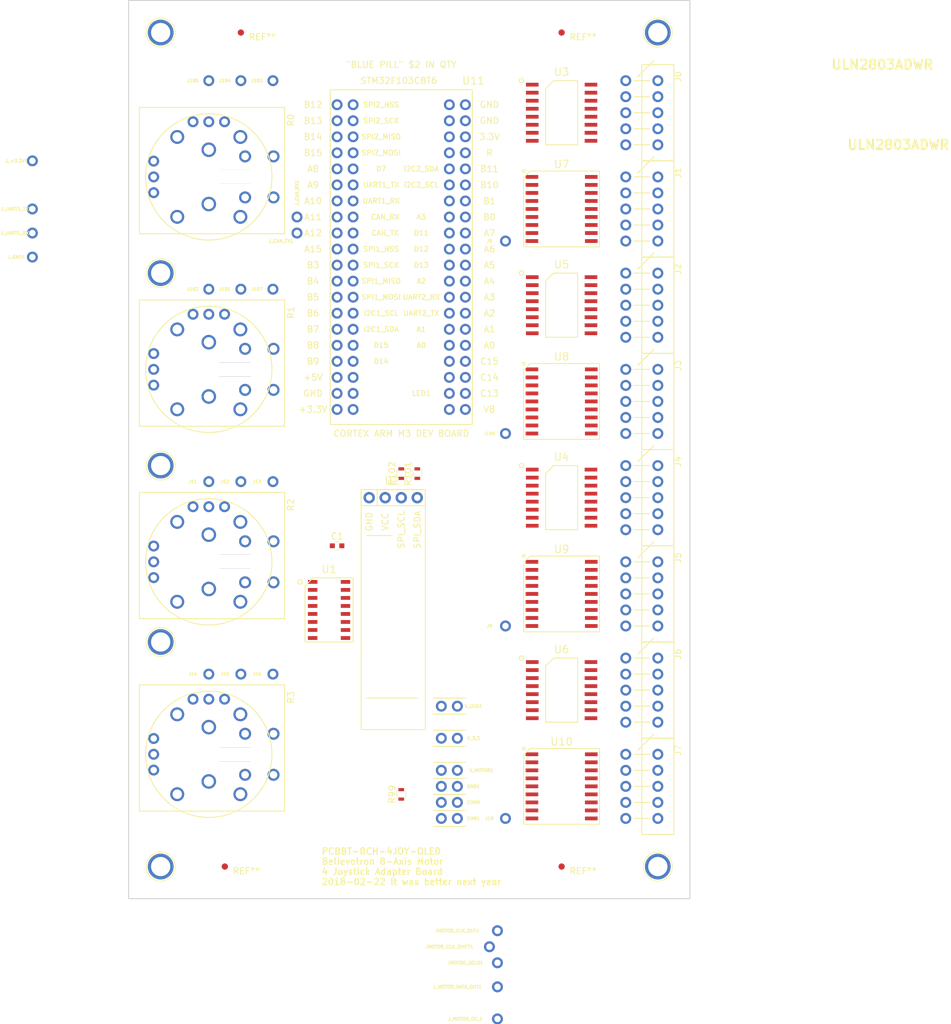
<source format=kicad_pcb>
(kicad_pcb (version 4) (host pcbnew 4.0.4-stable)

  (general
    (links 271)
    (no_connects 271)
    (area 101.524999 17.704999 190.575001 160.095001)
    (thickness 1.6)
    (drawings 12)
    (tracks 0)
    (zones 0)
    (modules 71)
    (nets 133)
  )

  (page A4)
  (layers
    (0 F.Cu signal)
    (31 B.Cu signal)
    (32 B.Adhes user)
    (33 F.Adhes user)
    (34 B.Paste user)
    (35 F.Paste user)
    (36 B.SilkS user)
    (37 F.SilkS user)
    (38 B.Mask user)
    (39 F.Mask user)
    (40 Dwgs.User user)
    (41 Cmts.User user)
    (42 Eco1.User user)
    (43 Eco2.User user)
    (44 Edge.Cuts user)
    (45 Margin user)
    (46 B.CrtYd user)
    (47 F.CrtYd user)
    (48 B.Fab user)
    (49 F.Fab user hide)
  )

  (setup
    (last_trace_width 0.25)
    (trace_clearance 0.2)
    (zone_clearance 0.508)
    (zone_45_only no)
    (trace_min 0.2)
    (segment_width 0.2)
    (edge_width 0.15)
    (via_size 0.6)
    (via_drill 0.4)
    (via_min_size 0.4)
    (via_min_drill 0.3)
    (uvia_size 0.3)
    (uvia_drill 0.1)
    (uvias_allowed no)
    (uvia_min_size 0.2)
    (uvia_min_drill 0.1)
    (pcb_text_width 0.3)
    (pcb_text_size 1.5 1.5)
    (mod_edge_width 0.15)
    (mod_text_size 1 1)
    (mod_text_width 0.15)
    (pad_size 1.524 1.524)
    (pad_drill 0.762)
    (pad_to_mask_clearance 0.2)
    (aux_axis_origin 0 0)
    (visible_elements 7FFFFFFF)
    (pcbplotparams
      (layerselection 0x00030_80000001)
      (usegerberextensions false)
      (excludeedgelayer true)
      (linewidth 0.100000)
      (plotframeref false)
      (viasonmask false)
      (mode 1)
      (useauxorigin false)
      (hpglpennumber 1)
      (hpglpenspeed 20)
      (hpglpendiameter 15)
      (hpglpenoverlay 2)
      (psnegative false)
      (psa4output false)
      (plotreference true)
      (plotvalue true)
      (plotinvisibletext false)
      (padsonsilk false)
      (subtractmaskfromsilk false)
      (outputformat 1)
      (mirror false)
      (drillshape 1)
      (scaleselection 1)
      (outputdirectory ""))
  )

  (net 0 "")
  (net 1 VCC)
  (net 2 "Net-(J1-Pad2)")
  (net 3 "Net-(J1-Pad3)")
  (net 4 "Net-(J1-Pad4)")
  (net 5 "Net-(J1-Pad5)")
  (net 6 "Net-(J2-Pad2)")
  (net 7 "Net-(J2-Pad3)")
  (net 8 "Net-(J2-Pad4)")
  (net 9 "Net-(J2-Pad5)")
  (net 10 /COM)
  (net 11 GND)
  (net 12 /JOY0_AXIS0)
  (net 13 /JOY0_AXIS1)
  (net 14 /JOY0_SW)
  (net 15 /JOY1_AXIS0)
  (net 16 /JOY1_AXIS1)
  (net 17 /JOY1_SW)
  (net 18 "Net-(U3-Pad1)")
  (net 19 "Net-(U3-Pad2)")
  (net 20 "Net-(U3-Pad3)")
  (net 21 "Net-(U3-Pad15)")
  (net 22 "Net-(U3-Pad4)")
  (net 23 "Net-(U3-Pad5)")
  (net 24 "Net-(U3-Pad6)")
  (net 25 "Net-(U3-Pad12)")
  (net 26 "Net-(U3-Pad7)")
  (net 27 "Net-(U3-Pad9)")
  (net 28 "Net-(U4-Pad1)")
  (net 29 "Net-(U4-Pad15)")
  (net 30 "Net-(U4-Pad2)")
  (net 31 "Net-(U4-Pad14)")
  (net 32 "Net-(U4-Pad3)")
  (net 33 "Net-(U4-Pad4)")
  (net 34 "Net-(U4-Pad5)")
  (net 35 "Net-(U4-Pad6)")
  (net 36 "Net-(U4-Pad7)")
  (net 37 "Net-(U4-Pad9)")
  (net 38 "Net-(U5-Pad1)")
  (net 39 "Net-(U5-Pad15)")
  (net 40 "Net-(U5-Pad2)")
  (net 41 "Net-(U5-Pad3)")
  (net 42 "Net-(U5-Pad4)")
  (net 43 "Net-(U5-Pad5)")
  (net 44 "Net-(U5-Pad6)")
  (net 45 "Net-(U5-Pad7)")
  (net 46 "Net-(U10-Pad2)")
  (net 47 "Net-(U10-Pad1)")
  (net 48 "Net-(U10-Pad3)")
  (net 49 "Net-(U10-Pad4)")
  (net 50 "Net-(U10-Pad5)")
  (net 51 "Net-(U10-Pad6)")
  (net 52 "Net-(U10-Pad7)")
  (net 53 "Net-(U10-Pad8)")
  (net 54 "Net-(J0-Pad2)")
  (net 55 "Net-(J0-Pad3)")
  (net 56 "Net-(J0-Pad4)")
  (net 57 "Net-(J0-Pad5)")
  (net 58 "Net-(J3-Pad2)")
  (net 59 "Net-(J3-Pad3)")
  (net 60 "Net-(J3-Pad4)")
  (net 61 "Net-(J3-Pad5)")
  (net 62 "Net-(J4-Pad2)")
  (net 63 "Net-(J4-Pad3)")
  (net 64 "Net-(J4-Pad4)")
  (net 65 "Net-(J4-Pad5)")
  (net 66 "Net-(J5-Pad2)")
  (net 67 "Net-(J5-Pad3)")
  (net 68 "Net-(J5-Pad4)")
  (net 69 "Net-(J5-Pad5)")
  (net 70 "Net-(J6-Pad2)")
  (net 71 "Net-(J6-Pad3)")
  (net 72 "Net-(J6-Pad4)")
  (net 73 "Net-(J6-Pad5)")
  (net 74 "Net-(J7-Pad2)")
  (net 75 "Net-(J7-Pad3)")
  (net 76 "Net-(J7-Pad4)")
  (net 77 "Net-(J7-Pad5)")
  (net 78 "Net-(U1-Pad3)")
  (net 79 /JOY2_AXIS0)
  (net 80 /JOY2_AXIS1)
  (net 81 /JOY2_SW)
  (net 82 /JOY3_AXIS0)
  (net 83 /JOY3_AXIS1)
  (net 84 /JOY3_SW)
  (net 85 /MOTOR_POWER)
  (net 86 /V_USB)
  (net 87 +3V3)
  (net 88 "Net-(J_CAN_RX1-Pad1)")
  (net 89 "Net-(J_CAN_TX1-Pad1)")
  (net 90 "Net-(J_UART1_RX1-Pad1)")
  (net 91 "Net-(J_UART1_TX1-Pad1)")
  (net 92 /I2C1_SDA)
  (net 93 /I2C1_SCL)
  (net 94 /MOTOR_DATA)
  (net 95 /!MOTOR_OE)
  (net 96 /MOTOR_CLK_OUT)
  (net 97 /!MOTOR_SCLR)
  (net 98 /SPI1_SCK)
  (net 99 /SPI1_MISO)
  (net 100 /SPI1_MOSI)
  (net 101 /SPI1_CS)
  (net 102 "Net-(U11-PadR)")
  (net 103 "Net-(U11-PadB11)")
  (net 104 "Net-(U11-PadB10)")
  (net 105 "Net-(U11-PadB1)")
  (net 106 "Net-(U11-PadA12)")
  (net 107 "Net-(U11-PadA4)")
  (net 108 "Net-(U11-PadA3)")
  (net 109 "Net-(U11-PadA2)")
  (net 110 "Net-(U11-PadA1)")
  (net 111 "Net-(U11-PadA0)")
  (net 112 "Net-(U11-PadB8)")
  (net 113 "Net-(U11-PadC15)")
  (net 114 "Net-(U11-PadB9)")
  (net 115 "Net-(U11-PadC14)")
  (net 116 +5V)
  (net 117 "Net-(U11-PadC13)")
  (net 118 "Net-(U11-PadVB)")
  (net 119 "Net-(JMOTOR_CLK_OUT1-Pad1)")
  (net 120 "Net-(JMOTOR_CLK_SHIFT1-Pad1)")
  (net 121 "Net-(JMOTOR_SCLR1-Pad1)")
  (net 122 "Net-(J_MOTOR_DATA_OUT1-Pad1)")
  (net 123 "Net-(J_MOTOR_OE_1-Pad1)")
  (net 124 "Net-(U3-Pad14)")
  (net 125 "Net-(U3-Pad13)")
  (net 126 "Net-(U3-Pad11)")
  (net 127 "Net-(U3-Pad10)")
  (net 128 "Net-(U4-Pad13)")
  (net 129 "Net-(U4-Pad12)")
  (net 130 "Net-(U4-Pad11)")
  (net 131 "Net-(U4-Pad10)")
  (net 132 /MOTOR_CLK_SHIFT)

  (net_class Default "This is the default net class."
    (clearance 0.2)
    (trace_width 0.25)
    (via_dia 0.6)
    (via_drill 0.4)
    (uvia_dia 0.3)
    (uvia_drill 0.1)
    (add_net +3V3)
    (add_net +5V)
    (add_net /!MOTOR_OE)
    (add_net /!MOTOR_SCLR)
    (add_net /COM)
    (add_net /I2C1_SCL)
    (add_net /I2C1_SDA)
    (add_net /JOY0_AXIS0)
    (add_net /JOY0_AXIS1)
    (add_net /JOY0_SW)
    (add_net /JOY1_AXIS0)
    (add_net /JOY1_AXIS1)
    (add_net /JOY1_SW)
    (add_net /JOY2_AXIS0)
    (add_net /JOY2_AXIS1)
    (add_net /JOY2_SW)
    (add_net /JOY3_AXIS0)
    (add_net /JOY3_AXIS1)
    (add_net /JOY3_SW)
    (add_net /MOTOR_CLK_OUT)
    (add_net /MOTOR_CLK_SHIFT)
    (add_net /MOTOR_DATA)
    (add_net /MOTOR_POWER)
    (add_net /SPI1_CS)
    (add_net /SPI1_MISO)
    (add_net /SPI1_MOSI)
    (add_net /SPI1_SCK)
    (add_net /V_USB)
    (add_net GND)
    (add_net "Net-(J0-Pad2)")
    (add_net "Net-(J0-Pad3)")
    (add_net "Net-(J0-Pad4)")
    (add_net "Net-(J0-Pad5)")
    (add_net "Net-(J1-Pad2)")
    (add_net "Net-(J1-Pad3)")
    (add_net "Net-(J1-Pad4)")
    (add_net "Net-(J1-Pad5)")
    (add_net "Net-(J2-Pad2)")
    (add_net "Net-(J2-Pad3)")
    (add_net "Net-(J2-Pad4)")
    (add_net "Net-(J2-Pad5)")
    (add_net "Net-(J3-Pad2)")
    (add_net "Net-(J3-Pad3)")
    (add_net "Net-(J3-Pad4)")
    (add_net "Net-(J3-Pad5)")
    (add_net "Net-(J4-Pad2)")
    (add_net "Net-(J4-Pad3)")
    (add_net "Net-(J4-Pad4)")
    (add_net "Net-(J4-Pad5)")
    (add_net "Net-(J5-Pad2)")
    (add_net "Net-(J5-Pad3)")
    (add_net "Net-(J5-Pad4)")
    (add_net "Net-(J5-Pad5)")
    (add_net "Net-(J6-Pad2)")
    (add_net "Net-(J6-Pad3)")
    (add_net "Net-(J6-Pad4)")
    (add_net "Net-(J6-Pad5)")
    (add_net "Net-(J7-Pad2)")
    (add_net "Net-(J7-Pad3)")
    (add_net "Net-(J7-Pad4)")
    (add_net "Net-(J7-Pad5)")
    (add_net "Net-(JMOTOR_CLK_OUT1-Pad1)")
    (add_net "Net-(JMOTOR_CLK_SHIFT1-Pad1)")
    (add_net "Net-(JMOTOR_SCLR1-Pad1)")
    (add_net "Net-(J_CAN_RX1-Pad1)")
    (add_net "Net-(J_CAN_TX1-Pad1)")
    (add_net "Net-(J_MOTOR_DATA_OUT1-Pad1)")
    (add_net "Net-(J_MOTOR_OE_1-Pad1)")
    (add_net "Net-(J_UART1_RX1-Pad1)")
    (add_net "Net-(J_UART1_TX1-Pad1)")
    (add_net "Net-(U1-Pad3)")
    (add_net "Net-(U10-Pad1)")
    (add_net "Net-(U10-Pad2)")
    (add_net "Net-(U10-Pad3)")
    (add_net "Net-(U10-Pad4)")
    (add_net "Net-(U10-Pad5)")
    (add_net "Net-(U10-Pad6)")
    (add_net "Net-(U10-Pad7)")
    (add_net "Net-(U10-Pad8)")
    (add_net "Net-(U11-PadA0)")
    (add_net "Net-(U11-PadA1)")
    (add_net "Net-(U11-PadA12)")
    (add_net "Net-(U11-PadA2)")
    (add_net "Net-(U11-PadA3)")
    (add_net "Net-(U11-PadA4)")
    (add_net "Net-(U11-PadB1)")
    (add_net "Net-(U11-PadB10)")
    (add_net "Net-(U11-PadB11)")
    (add_net "Net-(U11-PadB8)")
    (add_net "Net-(U11-PadB9)")
    (add_net "Net-(U11-PadC13)")
    (add_net "Net-(U11-PadC14)")
    (add_net "Net-(U11-PadC15)")
    (add_net "Net-(U11-PadR)")
    (add_net "Net-(U11-PadVB)")
    (add_net "Net-(U3-Pad1)")
    (add_net "Net-(U3-Pad10)")
    (add_net "Net-(U3-Pad11)")
    (add_net "Net-(U3-Pad12)")
    (add_net "Net-(U3-Pad13)")
    (add_net "Net-(U3-Pad14)")
    (add_net "Net-(U3-Pad15)")
    (add_net "Net-(U3-Pad2)")
    (add_net "Net-(U3-Pad3)")
    (add_net "Net-(U3-Pad4)")
    (add_net "Net-(U3-Pad5)")
    (add_net "Net-(U3-Pad6)")
    (add_net "Net-(U3-Pad7)")
    (add_net "Net-(U3-Pad9)")
    (add_net "Net-(U4-Pad1)")
    (add_net "Net-(U4-Pad10)")
    (add_net "Net-(U4-Pad11)")
    (add_net "Net-(U4-Pad12)")
    (add_net "Net-(U4-Pad13)")
    (add_net "Net-(U4-Pad14)")
    (add_net "Net-(U4-Pad15)")
    (add_net "Net-(U4-Pad2)")
    (add_net "Net-(U4-Pad3)")
    (add_net "Net-(U4-Pad4)")
    (add_net "Net-(U4-Pad5)")
    (add_net "Net-(U4-Pad6)")
    (add_net "Net-(U4-Pad7)")
    (add_net "Net-(U4-Pad9)")
    (add_net "Net-(U5-Pad1)")
    (add_net "Net-(U5-Pad15)")
    (add_net "Net-(U5-Pad2)")
    (add_net "Net-(U5-Pad3)")
    (add_net "Net-(U5-Pad4)")
    (add_net "Net-(U5-Pad5)")
    (add_net "Net-(U5-Pad6)")
    (add_net "Net-(U5-Pad7)")
    (add_net VCC)
  )

  (module Fiducials:Fiducial_1mm_Dia_2.54mm_Outer_CopperTop (layer F.Cu) (tedit 0) (tstamp 5A8E5C8C)
    (at 119.38 22.86)
    (descr "Circular Fiducial, 1mm bare copper top; 2.54mm keepout")
    (tags marker)
    (attr virtual)
    (fp_text reference REF** (at 3.4 0.7) (layer F.SilkS)
      (effects (font (size 1 1) (thickness 0.15)))
    )
    (fp_text value Fiducial_1mm_Dia_2.54mm_Outer_CopperTop (at 0 -1.8) (layer F.Fab)
      (effects (font (size 1 1) (thickness 0.15)))
    )
    (fp_circle (center 0 0) (end 1.55 0) (layer F.CrtYd) (width 0.05))
    (pad ~ smd circle (at 0 0) (size 1 1) (layers F.Cu F.Mask)
      (solder_mask_margin 0.77) (clearance 0.77))
  )

  (module Fiducials:Fiducial_1mm_Dia_2.54mm_Outer_CopperTop (layer F.Cu) (tedit 0) (tstamp 5A8E5C87)
    (at 116.84 154.94)
    (descr "Circular Fiducial, 1mm bare copper top; 2.54mm keepout")
    (tags marker)
    (attr virtual)
    (fp_text reference REF** (at 3.4 0.7) (layer F.SilkS)
      (effects (font (size 1 1) (thickness 0.15)))
    )
    (fp_text value Fiducial_1mm_Dia_2.54mm_Outer_CopperTop (at 0 -1.8) (layer F.Fab)
      (effects (font (size 1 1) (thickness 0.15)))
    )
    (fp_circle (center 0 0) (end 1.55 0) (layer F.CrtYd) (width 0.05))
    (pad ~ smd circle (at 0 0) (size 1 1) (layers F.Cu F.Mask)
      (solder_mask_margin 0.77) (clearance 0.77))
  )

  (module Fiducials:Fiducial_1mm_Dia_2.54mm_Outer_CopperTop (layer F.Cu) (tedit 0) (tstamp 5A8E5C82)
    (at 170.18 154.94)
    (descr "Circular Fiducial, 1mm bare copper top; 2.54mm keepout")
    (tags marker)
    (attr virtual)
    (fp_text reference REF** (at 3.4 0.7) (layer F.SilkS)
      (effects (font (size 1 1) (thickness 0.15)))
    )
    (fp_text value Fiducial_1mm_Dia_2.54mm_Outer_CopperTop (at 0 -1.8) (layer F.Fab)
      (effects (font (size 1 1) (thickness 0.15)))
    )
    (fp_circle (center 0 0) (end 1.55 0) (layer F.CrtYd) (width 0.05))
    (pad ~ smd circle (at 0 0) (size 1 1) (layers F.Cu F.Mask)
      (solder_mask_margin 0.77) (clearance 0.77))
  )

  (module Connect:1pin (layer F.Cu) (tedit 5A8E1212) (tstamp 5A8E5C48)
    (at 106.68 154.94)
    (descr "module 1 pin (ou trou mecanique de percage)")
    (tags DEV)
    (fp_text reference REF** (at 0 0) (layer F.SilkS) hide
      (effects (font (size 1 1) (thickness 0.15)))
    )
    (fp_text value 1pin (at 0 3) (layer F.Fab)
      (effects (font (size 1 1) (thickness 0.15)))
    )
    (fp_circle (center 0 0) (end 2 0.8) (layer F.Fab) (width 0.1))
    (fp_circle (center 0 0) (end 2.6 0) (layer F.CrtYd) (width 0.05))
    (fp_circle (center 0 0) (end 0 -2.286) (layer F.SilkS) (width 0.12))
    (pad 1 thru_hole circle (at 0 0) (size 4.064 4.064) (drill 3.048) (layers *.Cu *.Mask))
  )

  (module Connect:1pin (layer F.Cu) (tedit 5A8E1212) (tstamp 5A8E5C40)
    (at 185.42 154.94)
    (descr "module 1 pin (ou trou mecanique de percage)")
    (tags DEV)
    (fp_text reference REF** (at 0 0) (layer F.SilkS) hide
      (effects (font (size 1 1) (thickness 0.15)))
    )
    (fp_text value 1pin (at 0 3) (layer F.Fab)
      (effects (font (size 1 1) (thickness 0.15)))
    )
    (fp_circle (center 0 0) (end 2 0.8) (layer F.Fab) (width 0.1))
    (fp_circle (center 0 0) (end 2.6 0) (layer F.CrtYd) (width 0.05))
    (fp_circle (center 0 0) (end 0 -2.286) (layer F.SilkS) (width 0.12))
    (pad 1 thru_hole circle (at 0 0) (size 4.064 4.064) (drill 3.048) (layers *.Cu *.Mask))
  )

  (module Connect:1pin (layer F.Cu) (tedit 5A8E1212) (tstamp 5A8E5165)
    (at 185.42 22.86)
    (descr "module 1 pin (ou trou mecanique de percage)")
    (tags DEV)
    (fp_text reference REF** (at 0 0) (layer F.SilkS) hide
      (effects (font (size 1 1) (thickness 0.15)))
    )
    (fp_text value 1pin (at 0 3) (layer F.Fab)
      (effects (font (size 1 1) (thickness 0.15)))
    )
    (fp_circle (center 0 0) (end 2 0.8) (layer F.Fab) (width 0.1))
    (fp_circle (center 0 0) (end 2.6 0) (layer F.CrtYd) (width 0.05))
    (fp_circle (center 0 0) (end 0 -2.286) (layer F.SilkS) (width 0.12))
    (pad 1 thru_hole circle (at 0 0) (size 4.064 4.064) (drill 3.048) (layers *.Cu *.Mask))
  )

  (module Connect:1pin (layer F.Cu) (tedit 5A8E1212) (tstamp 5A8E5150)
    (at 106.68 119.38)
    (descr "module 1 pin (ou trou mecanique de percage)")
    (tags DEV)
    (fp_text reference REF** (at 0 0) (layer F.SilkS) hide
      (effects (font (size 1 1) (thickness 0.15)))
    )
    (fp_text value 1pin (at 0 3) (layer F.Fab)
      (effects (font (size 1 1) (thickness 0.15)))
    )
    (fp_circle (center 0 0) (end 2 0.8) (layer F.Fab) (width 0.1))
    (fp_circle (center 0 0) (end 2.6 0) (layer F.CrtYd) (width 0.05))
    (fp_circle (center 0 0) (end 0 -2.286) (layer F.SilkS) (width 0.12))
    (pad 1 thru_hole circle (at 0 0) (size 4.064 4.064) (drill 3.048) (layers *.Cu *.Mask))
  )

  (module Connect:1pin (layer F.Cu) (tedit 5A8E1212) (tstamp 5A8E512E)
    (at 106.68 91.44)
    (descr "module 1 pin (ou trou mecanique de percage)")
    (tags DEV)
    (fp_text reference REF** (at 0 0) (layer F.SilkS) hide
      (effects (font (size 1 1) (thickness 0.15)))
    )
    (fp_text value 1pin (at 0 3) (layer F.Fab)
      (effects (font (size 1 1) (thickness 0.15)))
    )
    (fp_circle (center 0 0) (end 2 0.8) (layer F.Fab) (width 0.1))
    (fp_circle (center 0 0) (end 2.6 0) (layer F.CrtYd) (width 0.05))
    (fp_circle (center 0 0) (end 0 -2.286) (layer F.SilkS) (width 0.12))
    (pad 1 thru_hole circle (at 0 0) (size 4.064 4.064) (drill 3.048) (layers *.Cu *.Mask))
  )

  (module Connect:1pin (layer F.Cu) (tedit 5A8E1212) (tstamp 5A8E50FF)
    (at 106.68 60.96)
    (descr "module 1 pin (ou trou mecanique de percage)")
    (tags DEV)
    (fp_text reference REF** (at 0 0) (layer F.SilkS) hide
      (effects (font (size 1 1) (thickness 0.15)))
    )
    (fp_text value 1pin (at 0 3) (layer F.Fab)
      (effects (font (size 1 1) (thickness 0.15)))
    )
    (fp_circle (center 0 0) (end 2 0.8) (layer F.Fab) (width 0.1))
    (fp_circle (center 0 0) (end 2.6 0) (layer F.CrtYd) (width 0.05))
    (fp_circle (center 0 0) (end 0 -2.286) (layer F.SilkS) (width 0.12))
    (pad 1 thru_hole circle (at 0 0) (size 4.064 4.064) (drill 3.048) (layers *.Cu *.Mask))
  )

  (module Liberry:TH_0.1_1x2_Jumper (layer F.Cu) (tedit 58684C64) (tstamp 5869D8C0)
    (at 153.67 144.78 180)
    (descr "10 pins through hole IDC header")
    (tags "IDC header socket VASCH")
    (path /58686A11)
    (fp_text reference COM0 (at -2.54 0 180) (layer F.SilkS)
      (effects (font (size 0.5 0.5) (thickness 0.125)))
    )
    (fp_text value CONN_01X01 (at 0 2.54 180) (layer F.Fab)
      (effects (font (size 1 1) (thickness 0.15)))
    )
    (fp_line (start -1.27 1.27) (end 3.81 1.27) (layer F.SilkS) (width 0.15))
    (fp_line (start -1.27 -1.27) (end 3.81 -1.27) (layer F.SilkS) (width 0.15))
    (pad 1 thru_hole circle (at 0 0 180) (size 1.7272 1.7272) (drill 1.016) (layers *.Cu *.Mask)
      (net 10 /COM))
    (pad 1 thru_hole circle (at 2.54 0 180) (size 1.7272 1.7272) (drill 1.016) (layers *.Cu *.Mask)
      (net 10 /COM))
  )

  (module Liberry:TH_0.1_1x2_Jumper (layer F.Cu) (tedit 58684C64) (tstamp 5869D8C8)
    (at 153.67 142.24 180)
    (descr "10 pins through hole IDC header")
    (tags "IDC header socket VASCH")
    (path /5868603B)
    (fp_text reference GND1 (at -2.54 0 180) (layer F.SilkS)
      (effects (font (size 0.5 0.5) (thickness 0.125)))
    )
    (fp_text value CONN_01X01 (at 0 2.54 180) (layer F.Fab)
      (effects (font (size 1 1) (thickness 0.15)))
    )
    (fp_line (start -1.27 1.27) (end 3.81 1.27) (layer F.SilkS) (width 0.15))
    (fp_line (start -1.27 -1.27) (end 3.81 -1.27) (layer F.SilkS) (width 0.15))
    (pad 1 thru_hole circle (at 0 0 180) (size 1.7272 1.7272) (drill 1.016) (layers *.Cu *.Mask)
      (net 11 GND))
    (pad 1 thru_hole circle (at 2.54 0 180) (size 1.7272 1.7272) (drill 1.016) (layers *.Cu *.Mask)
      (net 11 GND))
  )

  (module Liberry:TH_0.1_1x2_Jumper (layer F.Cu) (tedit 58684C64) (tstamp 5A8B5627)
    (at 153.67 147.32 180)
    (descr "10 pins through hole IDC header")
    (tags "IDC header socket VASCH")
    (path /58686A11)
    (fp_text reference COM1 (at -2.54 0 180) (layer F.SilkS)
      (effects (font (size 0.5 0.5) (thickness 0.125)))
    )
    (fp_text value CONN_01X01 (at 0 2.54 180) (layer F.Fab)
      (effects (font (size 1 1) (thickness 0.15)))
    )
    (fp_line (start -1.27 1.27) (end 3.81 1.27) (layer F.SilkS) (width 0.15))
    (fp_line (start -1.27 -1.27) (end 3.81 -1.27) (layer F.SilkS) (width 0.15))
    (pad 1 thru_hole circle (at 0 0 180) (size 1.7272 1.7272) (drill 1.016) (layers *.Cu *.Mask)
      (net 10 /COM))
    (pad 1 thru_hole circle (at 2.54 0 180) (size 1.7272 1.7272) (drill 1.016) (layers *.Cu *.Mask)
      (net 10 /COM))
  )

  (module Liberry:M20-1060500_DEBUG (layer F.Cu) (tedit 58682B20) (tstamp 5A8B5635)
    (at 185.42 35.56 270)
    (path /586856B8)
    (fp_text reference J0 (at -5.715 -3.175 270) (layer F.SilkS)
      (effects (font (size 1 1) (thickness 0.15)))
    )
    (fp_text value STEPPER_UNI_5P (at 0 2.54 270) (layer F.Fab)
      (effects (font (size 1 1) (thickness 0.15)))
    )
    (fp_line (start 5.08 3.81) (end 5.08 1.27) (layer F.SilkS) (width 0.15))
    (fp_line (start 2.54 3.81) (end 2.54 1.27) (layer F.SilkS) (width 0.15))
    (fp_line (start 0 3.81) (end 0 1.27) (layer F.SilkS) (width 0.15))
    (fp_line (start -2.54 3.81) (end -2.54 1.27) (layer F.SilkS) (width 0.15))
    (fp_line (start -5.08 3.81) (end -5.08 1.27) (layer F.SilkS) (width 0.15))
    (fp_line (start -8.255 0.635) (end -5.715 3.175) (layer F.SilkS) (width 0.15))
    (fp_line (start 7.62 -2.54) (end -7.62 -2.54) (layer F.SilkS) (width 0.15))
    (fp_line (start 7.62 2.54) (end 7.62 -2.54) (layer F.SilkS) (width 0.15))
    (fp_line (start -7.62 2.54) (end 7.62 2.54) (layer F.SilkS) (width 0.15))
    (fp_line (start -7.62 -2.54) (end -7.62 2.54) (layer F.SilkS) (width 0.15))
    (pad 1 thru_hole circle (at -5.08 0 270) (size 1.7272 1.7272) (drill 1.016) (layers *.Cu *.Mask)
      (net 85 /MOTOR_POWER))
    (pad 2 thru_hole circle (at -2.54 0 270) (size 1.7272 1.7272) (drill 1.016) (layers *.Cu *.Mask)
      (net 54 "Net-(J0-Pad2)"))
    (pad 3 thru_hole circle (at 0 0 270) (size 1.7272 1.7272) (drill 1.016) (layers *.Cu *.Mask)
      (net 55 "Net-(J0-Pad3)"))
    (pad 4 thru_hole circle (at 2.54 0 270) (size 1.7272 1.7272) (drill 1.016) (layers *.Cu *.Mask)
      (net 56 "Net-(J0-Pad4)"))
    (pad 5 thru_hole circle (at 5.08 0 270) (size 1.7272 1.7272) (drill 1.016) (layers *.Cu *.Mask)
      (net 57 "Net-(J0-Pad5)"))
    (pad 4 thru_hole circle (at 2.54 5.08 270) (size 1.7272 1.7272) (drill 1.016) (layers *.Cu *.Mask)
      (net 56 "Net-(J0-Pad4)"))
    (pad 1 thru_hole circle (at -5.08 5.08 270) (size 1.7272 1.7272) (drill 1.016) (layers *.Cu *.Mask)
      (net 85 /MOTOR_POWER))
    (pad 2 thru_hole circle (at -2.54 5.08 270) (size 1.7272 1.7272) (drill 1.016) (layers *.Cu *.Mask)
      (net 54 "Net-(J0-Pad2)"))
    (pad 3 thru_hole circle (at 0 5.08 270) (size 1.7272 1.7272) (drill 1.016) (layers *.Cu *.Mask)
      (net 55 "Net-(J0-Pad3)"))
    (pad 5 thru_hole circle (at 5.08 5.08 270) (size 1.7272 1.7272) (drill 1.016) (layers *.Cu *.Mask)
      (net 57 "Net-(J0-Pad5)"))
  )

  (module Liberry:M20-1060500_DEBUG (layer F.Cu) (tedit 58682B20) (tstamp 5A8B5643)
    (at 185.42 50.8 270)
    (path /58685807)
    (fp_text reference J1 (at -5.715 -3.175 270) (layer F.SilkS)
      (effects (font (size 1 1) (thickness 0.15)))
    )
    (fp_text value STEPPER_UNI_5P (at 0 2.54 270) (layer F.Fab)
      (effects (font (size 1 1) (thickness 0.15)))
    )
    (fp_line (start 5.08 3.81) (end 5.08 1.27) (layer F.SilkS) (width 0.15))
    (fp_line (start 2.54 3.81) (end 2.54 1.27) (layer F.SilkS) (width 0.15))
    (fp_line (start 0 3.81) (end 0 1.27) (layer F.SilkS) (width 0.15))
    (fp_line (start -2.54 3.81) (end -2.54 1.27) (layer F.SilkS) (width 0.15))
    (fp_line (start -5.08 3.81) (end -5.08 1.27) (layer F.SilkS) (width 0.15))
    (fp_line (start -8.255 0.635) (end -5.715 3.175) (layer F.SilkS) (width 0.15))
    (fp_line (start 7.62 -2.54) (end -7.62 -2.54) (layer F.SilkS) (width 0.15))
    (fp_line (start 7.62 2.54) (end 7.62 -2.54) (layer F.SilkS) (width 0.15))
    (fp_line (start -7.62 2.54) (end 7.62 2.54) (layer F.SilkS) (width 0.15))
    (fp_line (start -7.62 -2.54) (end -7.62 2.54) (layer F.SilkS) (width 0.15))
    (pad 1 thru_hole circle (at -5.08 0 270) (size 1.7272 1.7272) (drill 1.016) (layers *.Cu *.Mask)
      (net 85 /MOTOR_POWER))
    (pad 2 thru_hole circle (at -2.54 0 270) (size 1.7272 1.7272) (drill 1.016) (layers *.Cu *.Mask)
      (net 2 "Net-(J1-Pad2)"))
    (pad 3 thru_hole circle (at 0 0 270) (size 1.7272 1.7272) (drill 1.016) (layers *.Cu *.Mask)
      (net 3 "Net-(J1-Pad3)"))
    (pad 4 thru_hole circle (at 2.54 0 270) (size 1.7272 1.7272) (drill 1.016) (layers *.Cu *.Mask)
      (net 4 "Net-(J1-Pad4)"))
    (pad 5 thru_hole circle (at 5.08 0 270) (size 1.7272 1.7272) (drill 1.016) (layers *.Cu *.Mask)
      (net 5 "Net-(J1-Pad5)"))
    (pad 4 thru_hole circle (at 2.54 5.08 270) (size 1.7272 1.7272) (drill 1.016) (layers *.Cu *.Mask)
      (net 4 "Net-(J1-Pad4)"))
    (pad 1 thru_hole circle (at -5.08 5.08 270) (size 1.7272 1.7272) (drill 1.016) (layers *.Cu *.Mask)
      (net 85 /MOTOR_POWER))
    (pad 2 thru_hole circle (at -2.54 5.08 270) (size 1.7272 1.7272) (drill 1.016) (layers *.Cu *.Mask)
      (net 2 "Net-(J1-Pad2)"))
    (pad 3 thru_hole circle (at 0 5.08 270) (size 1.7272 1.7272) (drill 1.016) (layers *.Cu *.Mask)
      (net 3 "Net-(J1-Pad3)"))
    (pad 5 thru_hole circle (at 5.08 5.08 270) (size 1.7272 1.7272) (drill 1.016) (layers *.Cu *.Mask)
      (net 5 "Net-(J1-Pad5)"))
  )

  (module Liberry:M20-1060500_DEBUG (layer F.Cu) (tedit 58682B20) (tstamp 5A8B5651)
    (at 185.42 66.04 270)
    (path /58685B56)
    (fp_text reference J2 (at -5.715 -3.175 270) (layer F.SilkS)
      (effects (font (size 1 1) (thickness 0.15)))
    )
    (fp_text value STEPPER_UNI_5P (at 0 2.54 270) (layer F.Fab)
      (effects (font (size 1 1) (thickness 0.15)))
    )
    (fp_line (start 5.08 3.81) (end 5.08 1.27) (layer F.SilkS) (width 0.15))
    (fp_line (start 2.54 3.81) (end 2.54 1.27) (layer F.SilkS) (width 0.15))
    (fp_line (start 0 3.81) (end 0 1.27) (layer F.SilkS) (width 0.15))
    (fp_line (start -2.54 3.81) (end -2.54 1.27) (layer F.SilkS) (width 0.15))
    (fp_line (start -5.08 3.81) (end -5.08 1.27) (layer F.SilkS) (width 0.15))
    (fp_line (start -8.255 0.635) (end -5.715 3.175) (layer F.SilkS) (width 0.15))
    (fp_line (start 7.62 -2.54) (end -7.62 -2.54) (layer F.SilkS) (width 0.15))
    (fp_line (start 7.62 2.54) (end 7.62 -2.54) (layer F.SilkS) (width 0.15))
    (fp_line (start -7.62 2.54) (end 7.62 2.54) (layer F.SilkS) (width 0.15))
    (fp_line (start -7.62 -2.54) (end -7.62 2.54) (layer F.SilkS) (width 0.15))
    (pad 1 thru_hole circle (at -5.08 0 270) (size 1.7272 1.7272) (drill 1.016) (layers *.Cu *.Mask)
      (net 85 /MOTOR_POWER))
    (pad 2 thru_hole circle (at -2.54 0 270) (size 1.7272 1.7272) (drill 1.016) (layers *.Cu *.Mask)
      (net 6 "Net-(J2-Pad2)"))
    (pad 3 thru_hole circle (at 0 0 270) (size 1.7272 1.7272) (drill 1.016) (layers *.Cu *.Mask)
      (net 7 "Net-(J2-Pad3)"))
    (pad 4 thru_hole circle (at 2.54 0 270) (size 1.7272 1.7272) (drill 1.016) (layers *.Cu *.Mask)
      (net 8 "Net-(J2-Pad4)"))
    (pad 5 thru_hole circle (at 5.08 0 270) (size 1.7272 1.7272) (drill 1.016) (layers *.Cu *.Mask)
      (net 9 "Net-(J2-Pad5)"))
    (pad 4 thru_hole circle (at 2.54 5.08 270) (size 1.7272 1.7272) (drill 1.016) (layers *.Cu *.Mask)
      (net 8 "Net-(J2-Pad4)"))
    (pad 1 thru_hole circle (at -5.08 5.08 270) (size 1.7272 1.7272) (drill 1.016) (layers *.Cu *.Mask)
      (net 85 /MOTOR_POWER))
    (pad 2 thru_hole circle (at -2.54 5.08 270) (size 1.7272 1.7272) (drill 1.016) (layers *.Cu *.Mask)
      (net 6 "Net-(J2-Pad2)"))
    (pad 3 thru_hole circle (at 0 5.08 270) (size 1.7272 1.7272) (drill 1.016) (layers *.Cu *.Mask)
      (net 7 "Net-(J2-Pad3)"))
    (pad 5 thru_hole circle (at 5.08 5.08 270) (size 1.7272 1.7272) (drill 1.016) (layers *.Cu *.Mask)
      (net 9 "Net-(J2-Pad5)"))
  )

  (module Liberry:M20-1060500_DEBUG (layer F.Cu) (tedit 58682B20) (tstamp 5A8B565F)
    (at 185.42 81.28 270)
    (path /58685B5C)
    (fp_text reference J3 (at -5.715 -3.175 270) (layer F.SilkS)
      (effects (font (size 1 1) (thickness 0.15)))
    )
    (fp_text value STEPPER_UNI_5P (at 0 2.54 270) (layer F.Fab)
      (effects (font (size 1 1) (thickness 0.15)))
    )
    (fp_line (start 5.08 3.81) (end 5.08 1.27) (layer F.SilkS) (width 0.15))
    (fp_line (start 2.54 3.81) (end 2.54 1.27) (layer F.SilkS) (width 0.15))
    (fp_line (start 0 3.81) (end 0 1.27) (layer F.SilkS) (width 0.15))
    (fp_line (start -2.54 3.81) (end -2.54 1.27) (layer F.SilkS) (width 0.15))
    (fp_line (start -5.08 3.81) (end -5.08 1.27) (layer F.SilkS) (width 0.15))
    (fp_line (start -8.255 0.635) (end -5.715 3.175) (layer F.SilkS) (width 0.15))
    (fp_line (start 7.62 -2.54) (end -7.62 -2.54) (layer F.SilkS) (width 0.15))
    (fp_line (start 7.62 2.54) (end 7.62 -2.54) (layer F.SilkS) (width 0.15))
    (fp_line (start -7.62 2.54) (end 7.62 2.54) (layer F.SilkS) (width 0.15))
    (fp_line (start -7.62 -2.54) (end -7.62 2.54) (layer F.SilkS) (width 0.15))
    (pad 1 thru_hole circle (at -5.08 0 270) (size 1.7272 1.7272) (drill 1.016) (layers *.Cu *.Mask)
      (net 85 /MOTOR_POWER))
    (pad 2 thru_hole circle (at -2.54 0 270) (size 1.7272 1.7272) (drill 1.016) (layers *.Cu *.Mask)
      (net 58 "Net-(J3-Pad2)"))
    (pad 3 thru_hole circle (at 0 0 270) (size 1.7272 1.7272) (drill 1.016) (layers *.Cu *.Mask)
      (net 59 "Net-(J3-Pad3)"))
    (pad 4 thru_hole circle (at 2.54 0 270) (size 1.7272 1.7272) (drill 1.016) (layers *.Cu *.Mask)
      (net 60 "Net-(J3-Pad4)"))
    (pad 5 thru_hole circle (at 5.08 0 270) (size 1.7272 1.7272) (drill 1.016) (layers *.Cu *.Mask)
      (net 61 "Net-(J3-Pad5)"))
    (pad 4 thru_hole circle (at 2.54 5.08 270) (size 1.7272 1.7272) (drill 1.016) (layers *.Cu *.Mask)
      (net 60 "Net-(J3-Pad4)"))
    (pad 1 thru_hole circle (at -5.08 5.08 270) (size 1.7272 1.7272) (drill 1.016) (layers *.Cu *.Mask)
      (net 85 /MOTOR_POWER))
    (pad 2 thru_hole circle (at -2.54 5.08 270) (size 1.7272 1.7272) (drill 1.016) (layers *.Cu *.Mask)
      (net 58 "Net-(J3-Pad2)"))
    (pad 3 thru_hole circle (at 0 5.08 270) (size 1.7272 1.7272) (drill 1.016) (layers *.Cu *.Mask)
      (net 59 "Net-(J3-Pad3)"))
    (pad 5 thru_hole circle (at 5.08 5.08 270) (size 1.7272 1.7272) (drill 1.016) (layers *.Cu *.Mask)
      (net 61 "Net-(J3-Pad5)"))
  )

  (module Liberry:M20-1060500_DEBUG (layer F.Cu) (tedit 58682B20) (tstamp 5A8B566D)
    (at 185.42 96.52 270)
    (path /5A867826)
    (fp_text reference J4 (at -5.715 -3.175 270) (layer F.SilkS)
      (effects (font (size 1 1) (thickness 0.15)))
    )
    (fp_text value STEPPER_UNI_5P (at 0 2.54 270) (layer F.Fab)
      (effects (font (size 1 1) (thickness 0.15)))
    )
    (fp_line (start 5.08 3.81) (end 5.08 1.27) (layer F.SilkS) (width 0.15))
    (fp_line (start 2.54 3.81) (end 2.54 1.27) (layer F.SilkS) (width 0.15))
    (fp_line (start 0 3.81) (end 0 1.27) (layer F.SilkS) (width 0.15))
    (fp_line (start -2.54 3.81) (end -2.54 1.27) (layer F.SilkS) (width 0.15))
    (fp_line (start -5.08 3.81) (end -5.08 1.27) (layer F.SilkS) (width 0.15))
    (fp_line (start -8.255 0.635) (end -5.715 3.175) (layer F.SilkS) (width 0.15))
    (fp_line (start 7.62 -2.54) (end -7.62 -2.54) (layer F.SilkS) (width 0.15))
    (fp_line (start 7.62 2.54) (end 7.62 -2.54) (layer F.SilkS) (width 0.15))
    (fp_line (start -7.62 2.54) (end 7.62 2.54) (layer F.SilkS) (width 0.15))
    (fp_line (start -7.62 -2.54) (end -7.62 2.54) (layer F.SilkS) (width 0.15))
    (pad 1 thru_hole circle (at -5.08 0 270) (size 1.7272 1.7272) (drill 1.016) (layers *.Cu *.Mask)
      (net 85 /MOTOR_POWER))
    (pad 2 thru_hole circle (at -2.54 0 270) (size 1.7272 1.7272) (drill 1.016) (layers *.Cu *.Mask)
      (net 62 "Net-(J4-Pad2)"))
    (pad 3 thru_hole circle (at 0 0 270) (size 1.7272 1.7272) (drill 1.016) (layers *.Cu *.Mask)
      (net 63 "Net-(J4-Pad3)"))
    (pad 4 thru_hole circle (at 2.54 0 270) (size 1.7272 1.7272) (drill 1.016) (layers *.Cu *.Mask)
      (net 64 "Net-(J4-Pad4)"))
    (pad 5 thru_hole circle (at 5.08 0 270) (size 1.7272 1.7272) (drill 1.016) (layers *.Cu *.Mask)
      (net 65 "Net-(J4-Pad5)"))
    (pad 4 thru_hole circle (at 2.54 5.08 270) (size 1.7272 1.7272) (drill 1.016) (layers *.Cu *.Mask)
      (net 64 "Net-(J4-Pad4)"))
    (pad 1 thru_hole circle (at -5.08 5.08 270) (size 1.7272 1.7272) (drill 1.016) (layers *.Cu *.Mask)
      (net 85 /MOTOR_POWER))
    (pad 2 thru_hole circle (at -2.54 5.08 270) (size 1.7272 1.7272) (drill 1.016) (layers *.Cu *.Mask)
      (net 62 "Net-(J4-Pad2)"))
    (pad 3 thru_hole circle (at 0 5.08 270) (size 1.7272 1.7272) (drill 1.016) (layers *.Cu *.Mask)
      (net 63 "Net-(J4-Pad3)"))
    (pad 5 thru_hole circle (at 5.08 5.08 270) (size 1.7272 1.7272) (drill 1.016) (layers *.Cu *.Mask)
      (net 65 "Net-(J4-Pad5)"))
  )

  (module Liberry:M20-1060500_DEBUG (layer F.Cu) (tedit 58682B20) (tstamp 5A8B567B)
    (at 185.42 111.76 270)
    (path /5A86782C)
    (fp_text reference J5 (at -5.715 -3.175 270) (layer F.SilkS)
      (effects (font (size 1 1) (thickness 0.15)))
    )
    (fp_text value STEPPER_UNI_5P (at 0 2.54 270) (layer F.Fab)
      (effects (font (size 1 1) (thickness 0.15)))
    )
    (fp_line (start 5.08 3.81) (end 5.08 1.27) (layer F.SilkS) (width 0.15))
    (fp_line (start 2.54 3.81) (end 2.54 1.27) (layer F.SilkS) (width 0.15))
    (fp_line (start 0 3.81) (end 0 1.27) (layer F.SilkS) (width 0.15))
    (fp_line (start -2.54 3.81) (end -2.54 1.27) (layer F.SilkS) (width 0.15))
    (fp_line (start -5.08 3.81) (end -5.08 1.27) (layer F.SilkS) (width 0.15))
    (fp_line (start -8.255 0.635) (end -5.715 3.175) (layer F.SilkS) (width 0.15))
    (fp_line (start 7.62 -2.54) (end -7.62 -2.54) (layer F.SilkS) (width 0.15))
    (fp_line (start 7.62 2.54) (end 7.62 -2.54) (layer F.SilkS) (width 0.15))
    (fp_line (start -7.62 2.54) (end 7.62 2.54) (layer F.SilkS) (width 0.15))
    (fp_line (start -7.62 -2.54) (end -7.62 2.54) (layer F.SilkS) (width 0.15))
    (pad 1 thru_hole circle (at -5.08 0 270) (size 1.7272 1.7272) (drill 1.016) (layers *.Cu *.Mask)
      (net 85 /MOTOR_POWER))
    (pad 2 thru_hole circle (at -2.54 0 270) (size 1.7272 1.7272) (drill 1.016) (layers *.Cu *.Mask)
      (net 66 "Net-(J5-Pad2)"))
    (pad 3 thru_hole circle (at 0 0 270) (size 1.7272 1.7272) (drill 1.016) (layers *.Cu *.Mask)
      (net 67 "Net-(J5-Pad3)"))
    (pad 4 thru_hole circle (at 2.54 0 270) (size 1.7272 1.7272) (drill 1.016) (layers *.Cu *.Mask)
      (net 68 "Net-(J5-Pad4)"))
    (pad 5 thru_hole circle (at 5.08 0 270) (size 1.7272 1.7272) (drill 1.016) (layers *.Cu *.Mask)
      (net 69 "Net-(J5-Pad5)"))
    (pad 4 thru_hole circle (at 2.54 5.08 270) (size 1.7272 1.7272) (drill 1.016) (layers *.Cu *.Mask)
      (net 68 "Net-(J5-Pad4)"))
    (pad 1 thru_hole circle (at -5.08 5.08 270) (size 1.7272 1.7272) (drill 1.016) (layers *.Cu *.Mask)
      (net 85 /MOTOR_POWER))
    (pad 2 thru_hole circle (at -2.54 5.08 270) (size 1.7272 1.7272) (drill 1.016) (layers *.Cu *.Mask)
      (net 66 "Net-(J5-Pad2)"))
    (pad 3 thru_hole circle (at 0 5.08 270) (size 1.7272 1.7272) (drill 1.016) (layers *.Cu *.Mask)
      (net 67 "Net-(J5-Pad3)"))
    (pad 5 thru_hole circle (at 5.08 5.08 270) (size 1.7272 1.7272) (drill 1.016) (layers *.Cu *.Mask)
      (net 69 "Net-(J5-Pad5)"))
  )

  (module Liberry:M20-1060500_DEBUG (layer F.Cu) (tedit 58682B20) (tstamp 5A8B5689)
    (at 185.42 127 270)
    (path /5A867832)
    (fp_text reference J6 (at -5.715 -3.175 270) (layer F.SilkS)
      (effects (font (size 1 1) (thickness 0.15)))
    )
    (fp_text value STEPPER_UNI_5P (at 0 2.54 270) (layer F.Fab)
      (effects (font (size 1 1) (thickness 0.15)))
    )
    (fp_line (start 5.08 3.81) (end 5.08 1.27) (layer F.SilkS) (width 0.15))
    (fp_line (start 2.54 3.81) (end 2.54 1.27) (layer F.SilkS) (width 0.15))
    (fp_line (start 0 3.81) (end 0 1.27) (layer F.SilkS) (width 0.15))
    (fp_line (start -2.54 3.81) (end -2.54 1.27) (layer F.SilkS) (width 0.15))
    (fp_line (start -5.08 3.81) (end -5.08 1.27) (layer F.SilkS) (width 0.15))
    (fp_line (start -8.255 0.635) (end -5.715 3.175) (layer F.SilkS) (width 0.15))
    (fp_line (start 7.62 -2.54) (end -7.62 -2.54) (layer F.SilkS) (width 0.15))
    (fp_line (start 7.62 2.54) (end 7.62 -2.54) (layer F.SilkS) (width 0.15))
    (fp_line (start -7.62 2.54) (end 7.62 2.54) (layer F.SilkS) (width 0.15))
    (fp_line (start -7.62 -2.54) (end -7.62 2.54) (layer F.SilkS) (width 0.15))
    (pad 1 thru_hole circle (at -5.08 0 270) (size 1.7272 1.7272) (drill 1.016) (layers *.Cu *.Mask)
      (net 85 /MOTOR_POWER))
    (pad 2 thru_hole circle (at -2.54 0 270) (size 1.7272 1.7272) (drill 1.016) (layers *.Cu *.Mask)
      (net 70 "Net-(J6-Pad2)"))
    (pad 3 thru_hole circle (at 0 0 270) (size 1.7272 1.7272) (drill 1.016) (layers *.Cu *.Mask)
      (net 71 "Net-(J6-Pad3)"))
    (pad 4 thru_hole circle (at 2.54 0 270) (size 1.7272 1.7272) (drill 1.016) (layers *.Cu *.Mask)
      (net 72 "Net-(J6-Pad4)"))
    (pad 5 thru_hole circle (at 5.08 0 270) (size 1.7272 1.7272) (drill 1.016) (layers *.Cu *.Mask)
      (net 73 "Net-(J6-Pad5)"))
    (pad 4 thru_hole circle (at 2.54 5.08 270) (size 1.7272 1.7272) (drill 1.016) (layers *.Cu *.Mask)
      (net 72 "Net-(J6-Pad4)"))
    (pad 1 thru_hole circle (at -5.08 5.08 270) (size 1.7272 1.7272) (drill 1.016) (layers *.Cu *.Mask)
      (net 85 /MOTOR_POWER))
    (pad 2 thru_hole circle (at -2.54 5.08 270) (size 1.7272 1.7272) (drill 1.016) (layers *.Cu *.Mask)
      (net 70 "Net-(J6-Pad2)"))
    (pad 3 thru_hole circle (at 0 5.08 270) (size 1.7272 1.7272) (drill 1.016) (layers *.Cu *.Mask)
      (net 71 "Net-(J6-Pad3)"))
    (pad 5 thru_hole circle (at 5.08 5.08 270) (size 1.7272 1.7272) (drill 1.016) (layers *.Cu *.Mask)
      (net 73 "Net-(J6-Pad5)"))
  )

  (module Liberry:M20-1060500_DEBUG (layer F.Cu) (tedit 58682B20) (tstamp 5A8B5697)
    (at 185.42 142.24 270)
    (path /5A867838)
    (fp_text reference J7 (at -5.715 -3.175 270) (layer F.SilkS)
      (effects (font (size 1 1) (thickness 0.15)))
    )
    (fp_text value STEPPER_UNI_5P (at 0 2.54 270) (layer F.Fab)
      (effects (font (size 1 1) (thickness 0.15)))
    )
    (fp_line (start 5.08 3.81) (end 5.08 1.27) (layer F.SilkS) (width 0.15))
    (fp_line (start 2.54 3.81) (end 2.54 1.27) (layer F.SilkS) (width 0.15))
    (fp_line (start 0 3.81) (end 0 1.27) (layer F.SilkS) (width 0.15))
    (fp_line (start -2.54 3.81) (end -2.54 1.27) (layer F.SilkS) (width 0.15))
    (fp_line (start -5.08 3.81) (end -5.08 1.27) (layer F.SilkS) (width 0.15))
    (fp_line (start -8.255 0.635) (end -5.715 3.175) (layer F.SilkS) (width 0.15))
    (fp_line (start 7.62 -2.54) (end -7.62 -2.54) (layer F.SilkS) (width 0.15))
    (fp_line (start 7.62 2.54) (end 7.62 -2.54) (layer F.SilkS) (width 0.15))
    (fp_line (start -7.62 2.54) (end 7.62 2.54) (layer F.SilkS) (width 0.15))
    (fp_line (start -7.62 -2.54) (end -7.62 2.54) (layer F.SilkS) (width 0.15))
    (pad 1 thru_hole circle (at -5.08 0 270) (size 1.7272 1.7272) (drill 1.016) (layers *.Cu *.Mask)
      (net 85 /MOTOR_POWER))
    (pad 2 thru_hole circle (at -2.54 0 270) (size 1.7272 1.7272) (drill 1.016) (layers *.Cu *.Mask)
      (net 74 "Net-(J7-Pad2)"))
    (pad 3 thru_hole circle (at 0 0 270) (size 1.7272 1.7272) (drill 1.016) (layers *.Cu *.Mask)
      (net 75 "Net-(J7-Pad3)"))
    (pad 4 thru_hole circle (at 2.54 0 270) (size 1.7272 1.7272) (drill 1.016) (layers *.Cu *.Mask)
      (net 76 "Net-(J7-Pad4)"))
    (pad 5 thru_hole circle (at 5.08 0 270) (size 1.7272 1.7272) (drill 1.016) (layers *.Cu *.Mask)
      (net 77 "Net-(J7-Pad5)"))
    (pad 4 thru_hole circle (at 2.54 5.08 270) (size 1.7272 1.7272) (drill 1.016) (layers *.Cu *.Mask)
      (net 76 "Net-(J7-Pad4)"))
    (pad 1 thru_hole circle (at -5.08 5.08 270) (size 1.7272 1.7272) (drill 1.016) (layers *.Cu *.Mask)
      (net 85 /MOTOR_POWER))
    (pad 2 thru_hole circle (at -2.54 5.08 270) (size 1.7272 1.7272) (drill 1.016) (layers *.Cu *.Mask)
      (net 74 "Net-(J7-Pad2)"))
    (pad 3 thru_hole circle (at 0 5.08 270) (size 1.7272 1.7272) (drill 1.016) (layers *.Cu *.Mask)
      (net 75 "Net-(J7-Pad3)"))
    (pad 5 thru_hole circle (at 5.08 5.08 270) (size 1.7272 1.7272) (drill 1.016) (layers *.Cu *.Mask)
      (net 77 "Net-(J7-Pad5)"))
  )

  (module Liberry:single_0.1 (layer F.Cu) (tedit 5829F5BC) (tstamp 5A8B569C)
    (at 161.29 55.88)
    (descr "10 pins through hole IDC header")
    (tags "IDC header socket VASCH")
    (path /5868C629)
    (fp_text reference J8 (at -2.54 0) (layer F.SilkS)
      (effects (font (size 0.5 0.5) (thickness 0.125)))
    )
    (fp_text value TH_0.1_1x1 (at 0 2.54) (layer F.Fab)
      (effects (font (size 1 1) (thickness 0.15)))
    )
    (pad 1 thru_hole circle (at 0 0) (size 1.7272 1.7272) (drill 1.016) (layers *.Cu *.Mask)
      (net 10 /COM))
  )

  (module Liberry:single_0.1 (layer F.Cu) (tedit 5829F5BC) (tstamp 5A8B56A1)
    (at 161.29 116.84)
    (descr "10 pins through hole IDC header")
    (tags "IDC header socket VASCH")
    (path /5A86785E)
    (fp_text reference J9 (at -2.54 0) (layer F.SilkS)
      (effects (font (size 0.5 0.5) (thickness 0.125)))
    )
    (fp_text value TH_0.1_1x1 (at 0 2.54) (layer F.Fab)
      (effects (font (size 1 1) (thickness 0.15)))
    )
    (pad 1 thru_hole circle (at 0 0) (size 1.7272 1.7272) (drill 1.016) (layers *.Cu *.Mask)
      (net 10 /COM))
  )

  (module Liberry:single_0.1 (layer F.Cu) (tedit 5829F5BC) (tstamp 5A8B56A6)
    (at 161.29 147.32)
    (descr "10 pins through hole IDC header")
    (tags "IDC header socket VASCH")
    (path /5A867864)
    (fp_text reference J10 (at -2.54 0) (layer F.SilkS)
      (effects (font (size 0.5 0.5) (thickness 0.125)))
    )
    (fp_text value TH_0.1_1x1 (at 0 2.54) (layer F.Fab)
      (effects (font (size 1 1) (thickness 0.15)))
    )
    (pad 1 thru_hole circle (at 0 0) (size 1.7272 1.7272) (drill 1.016) (layers *.Cu *.Mask)
      (net 10 /COM))
  )

  (module Liberry:single_0.1 (layer F.Cu) (tedit 5829F5BC) (tstamp 5A8B56AB)
    (at 161.29 86.36)
    (descr "10 pins through hole IDC header")
    (tags "IDC header socket VASCH")
    (path /5868BD70)
    (fp_text reference J100 (at -2.54 0) (layer F.SilkS)
      (effects (font (size 0.5 0.5) (thickness 0.125)))
    )
    (fp_text value TH_0.1_1x1 (at 0 2.54) (layer F.Fab)
      (effects (font (size 1 1) (thickness 0.15)))
    )
    (pad 1 thru_hole circle (at 0 0) (size 1.7272 1.7272) (drill 1.016) (layers *.Cu *.Mask)
      (net 10 /COM))
  )

  (module Liberry:single_0.1 (layer F.Cu) (tedit 5829F5BC) (tstamp 5A8B56B0)
    (at 119.38 63.5)
    (descr "10 pins through hole IDC header")
    (tags "IDC header socket VASCH")
    (path /58691A62)
    (fp_text reference J101 (at -2.54 0) (layer F.SilkS)
      (effects (font (size 0.5 0.5) (thickness 0.125)))
    )
    (fp_text value TH_0.1_1x1 (at 0 2.54) (layer F.Fab)
      (effects (font (size 1 1) (thickness 0.15)))
    )
    (pad 1 thru_hole circle (at 0 0) (size 1.7272 1.7272) (drill 1.016) (layers *.Cu *.Mask)
      (net 16 /JOY1_AXIS1))
  )

  (module Liberry:single_0.1 (layer F.Cu) (tedit 5829F5BC) (tstamp 5A8B56B5)
    (at 114.3 63.5)
    (descr "10 pins through hole IDC header")
    (tags "IDC header socket VASCH")
    (path /58691976)
    (fp_text reference J102 (at -2.54 0) (layer F.SilkS)
      (effects (font (size 0.5 0.5) (thickness 0.125)))
    )
    (fp_text value TH_0.1_1x1 (at 0 2.54) (layer F.Fab)
      (effects (font (size 1 1) (thickness 0.15)))
    )
    (pad 1 thru_hole circle (at 0 0) (size 1.7272 1.7272) (drill 1.016) (layers *.Cu *.Mask)
      (net 15 /JOY1_AXIS0))
  )

  (module Liberry:single_0.1 (layer F.Cu) (tedit 5829F5BC) (tstamp 5A8B56BA)
    (at 124.46 30.48)
    (descr "10 pins through hole IDC header")
    (tags "IDC header socket VASCH")
    (path /586914DD)
    (fp_text reference J103 (at -2.54 0) (layer F.SilkS)
      (effects (font (size 0.5 0.5) (thickness 0.125)))
    )
    (fp_text value TH_0.1_1x1 (at 0 2.54) (layer F.Fab)
      (effects (font (size 1 1) (thickness 0.15)))
    )
    (pad 1 thru_hole circle (at 0 0) (size 1.7272 1.7272) (drill 1.016) (layers *.Cu *.Mask)
      (net 14 /JOY0_SW))
  )

  (module Liberry:single_0.1 (layer F.Cu) (tedit 5829F5BC) (tstamp 5A8B56BF)
    (at 119.38 30.48)
    (descr "10 pins through hole IDC header")
    (tags "IDC header socket VASCH")
    (path /58691411)
    (fp_text reference J104 (at -2.54 0) (layer F.SilkS)
      (effects (font (size 0.5 0.5) (thickness 0.125)))
    )
    (fp_text value TH_0.1_1x1 (at 0 2.54) (layer F.Fab)
      (effects (font (size 1 1) (thickness 0.15)))
    )
    (pad 1 thru_hole circle (at 0 0) (size 1.7272 1.7272) (drill 1.016) (layers *.Cu *.Mask)
      (net 13 /JOY0_AXIS1))
  )

  (module Liberry:single_0.1 (layer F.Cu) (tedit 5829F5BC) (tstamp 5A8B56C4)
    (at 114.3 30.48)
    (descr "10 pins through hole IDC header")
    (tags "IDC header socket VASCH")
    (path /58691334)
    (fp_text reference J105 (at -2.54 0) (layer F.SilkS)
      (effects (font (size 0.5 0.5) (thickness 0.125)))
    )
    (fp_text value TH_0.1_1x1 (at 0 2.54) (layer F.Fab)
      (effects (font (size 1 1) (thickness 0.15)))
    )
    (pad 1 thru_hole circle (at 0 0) (size 1.7272 1.7272) (drill 1.016) (layers *.Cu *.Mask)
      (net 12 /JOY0_AXIS0))
  )

  (module Liberry:single_0.1 (layer F.Cu) (tedit 5829F5BC) (tstamp 5A8B56C9)
    (at 124.46 63.5)
    (descr "10 pins through hole IDC header")
    (tags "IDC header socket VASCH")
    (path /58691B37)
    (fp_text reference J107 (at -2.54 0) (layer F.SilkS)
      (effects (font (size 0.5 0.5) (thickness 0.125)))
    )
    (fp_text value TH_0.1_1x1 (at 0 2.54) (layer F.Fab)
      (effects (font (size 1 1) (thickness 0.15)))
    )
    (pad 1 thru_hole circle (at 0 0) (size 1.7272 1.7272) (drill 1.016) (layers *.Cu *.Mask)
      (net 17 /JOY1_SW))
  )

  (module MiniJoystickMiniStepper:JOY_ALPS_RKJXV1224005 (layer F.Cu) (tedit 596D1A94) (tstamp 5A8B572A)
    (at 114.3 76.2 90)
    (path /5868200C)
    (fp_text reference R1 (at 9 13 90) (layer F.SilkS)
      (effects (font (size 1 1) (thickness 0.15)))
    )
    (fp_text value XYJOY (at 1 -12 90) (layer F.Fab)
      (effects (font (size 1 1) (thickness 0.15)))
    )
    (fp_circle (center 0 0) (end 10 0) (layer F.SilkS) (width 0.15))
    (fp_line (start -9 12) (end -6 12) (layer F.SilkS) (width 0.15))
    (fp_line (start -9 -11) (end -9 12) (layer F.SilkS) (width 0.15))
    (fp_line (start 11 -11) (end -9 -11) (layer F.SilkS) (width 0.15))
    (fp_line (start 11 12) (end 11 -11) (layer F.SilkS) (width 0.15))
    (fp_line (start -6 12) (end 11 12) (layer F.SilkS) (width 0.15))
    (pad "" np_thru_hole circle (at 0 0 90) (size 4 4) (drill 4) (layers *.Cu *.Mask))
    (pad "" np_thru_hole circle (at 3.5 -3.5 90) (size 2.6 2.6) (drill 2.6) (layers *.Cu *.Mask))
    (pad "" np_thru_hole circle (at -3.5 -3.5 90) (size 2.6 2.6) (drill 2.6) (layers *.Cu *.Mask))
    (pad "" np_thru_hole circle (at -3.5 3.5 90) (size 2.6 2.6) (drill 2.6) (layers *.Cu *.Mask))
    (pad "" np_thru_hole circle (at 3.5 3.5 90) (size 2.6 2.6) (drill 2.6) (layers *.Cu *.Mask))
    (pad "" np_thru_hole circle (at 0 8 90) (size 3.5 3.5) (drill 3.5) (layers *.Cu *.Mask))
    (pad "" np_thru_hole rect (at 0 4 90) (size 2.2 8) (drill oval 2.2 8) (layers *.Cu *.Mask))
    (pad "" thru_hole circle (at -6.325 -5 90) (size 2.2 2.2) (drill 1.5) (layers *.Cu *.Mask))
    (pad "" thru_hole circle (at 6.325 -5 90) (size 2.2 2.2) (drill 1.5) (layers *.Cu *.Mask))
    (pad "" thru_hole circle (at -6.325 5 90) (size 2.2 2.2) (drill 1.5) (layers *.Cu *.Mask))
    (pad "" thru_hole circle (at 6.325 5 90) (size 2.2 2.2) (drill 1.5) (layers *.Cu *.Mask))
    (pad J0-2 thru_hole circle (at 0 -8.73 90) (size 1.7272 1.7272) (drill 1.016) (layers *.Cu *.Mask)
      (net 15 /JOY1_AXIS0))
    (pad J0-1 thru_hole circle (at 2.5 -8.73 90) (size 1.7272 1.7272) (drill 1.016) (layers *.Cu *.Mask)
      (net 1 VCC))
    (pad J0-3 thru_hole circle (at -2.5 -8.73 90) (size 1.7272 1.7272) (drill 1.016) (layers *.Cu *.Mask)
      (net 11 GND))
    (pad SW0 thru_hole circle (at -3.25 5.75 90) (size 1.9 1.9) (drill 1.2) (layers *.Cu *.Mask)
      (net 11 GND))
    (pad SW1 thru_hole circle (at -3.25 10.25 90) (size 1.9 1.9) (drill 1.2) (layers *.Cu *.Mask)
      (net 17 /JOY1_SW))
    (pad SW0 thru_hole circle (at 3.25 5.75 90) (size 1.9 1.9) (drill 1.2) (layers *.Cu *.Mask)
      (net 11 GND))
    (pad SW1 thru_hole circle (at 3.25 10.25 90) (size 1.9 1.9) (drill 1.2) (layers *.Cu *.Mask)
      (net 17 /JOY1_SW))
    (pad "" thru_hole circle (at -4.3 0 90) (size 2.3 2.3) (drill 1.6) (layers *.Cu *.Mask))
    (pad "" thru_hole circle (at 4.3 0 90) (size 2.3 2.3) (drill 1.6) (layers *.Cu *.Mask))
    (pad J1-2 thru_hole circle (at 8.73 0 90) (size 1.7272 1.7272) (drill 1.016) (layers *.Cu *.Mask)
      (net 16 /JOY1_AXIS1))
    (pad J1-1 thru_hole circle (at 8.73 2.5 90) (size 1.7272 1.7272) (drill 1.016) (layers *.Cu *.Mask)
      (net 1 VCC))
    (pad J1-3 thru_hole circle (at 8.73 -2.5 90) (size 1.7272 1.7272) (drill 1.016) (layers *.Cu *.Mask)
      (net 11 GND))
    (model C:/Users/danie/Downloads/RKJXV1224005.wrl
      (at (xyz 0 0 0))
      (scale (xyz 0.4 0.4 0.4))
      (rotate (xyz 0 -180 90))
    )
  )

  (module MiniJoystickMiniStepper:JOY_ALPS_RKJXV1224005 (layer F.Cu) (tedit 596D1A94) (tstamp 5A8B574B)
    (at 114.3 106.68 90)
    (path /5A8C0A29)
    (fp_text reference R2 (at 9 13 90) (layer F.SilkS)
      (effects (font (size 1 1) (thickness 0.15)))
    )
    (fp_text value XYJOY (at 1 -12 90) (layer F.Fab)
      (effects (font (size 1 1) (thickness 0.15)))
    )
    (fp_circle (center 0 0) (end 10 0) (layer F.SilkS) (width 0.15))
    (fp_line (start -9 12) (end -6 12) (layer F.SilkS) (width 0.15))
    (fp_line (start -9 -11) (end -9 12) (layer F.SilkS) (width 0.15))
    (fp_line (start 11 -11) (end -9 -11) (layer F.SilkS) (width 0.15))
    (fp_line (start 11 12) (end 11 -11) (layer F.SilkS) (width 0.15))
    (fp_line (start -6 12) (end 11 12) (layer F.SilkS) (width 0.15))
    (pad "" np_thru_hole circle (at 0 0 90) (size 4 4) (drill 4) (layers *.Cu *.Mask))
    (pad "" np_thru_hole circle (at 3.5 -3.5 90) (size 2.6 2.6) (drill 2.6) (layers *.Cu *.Mask))
    (pad "" np_thru_hole circle (at -3.5 -3.5 90) (size 2.6 2.6) (drill 2.6) (layers *.Cu *.Mask))
    (pad "" np_thru_hole circle (at -3.5 3.5 90) (size 2.6 2.6) (drill 2.6) (layers *.Cu *.Mask))
    (pad "" np_thru_hole circle (at 3.5 3.5 90) (size 2.6 2.6) (drill 2.6) (layers *.Cu *.Mask))
    (pad "" np_thru_hole circle (at 0 8 90) (size 3.5 3.5) (drill 3.5) (layers *.Cu *.Mask))
    (pad "" np_thru_hole rect (at 0 4 90) (size 2.2 8) (drill oval 2.2 8) (layers *.Cu *.Mask))
    (pad "" thru_hole circle (at -6.325 -5 90) (size 2.2 2.2) (drill 1.5) (layers *.Cu *.Mask))
    (pad "" thru_hole circle (at 6.325 -5 90) (size 2.2 2.2) (drill 1.5) (layers *.Cu *.Mask))
    (pad "" thru_hole circle (at -6.325 5 90) (size 2.2 2.2) (drill 1.5) (layers *.Cu *.Mask))
    (pad "" thru_hole circle (at 6.325 5 90) (size 2.2 2.2) (drill 1.5) (layers *.Cu *.Mask))
    (pad J0-2 thru_hole circle (at 0 -8.73 90) (size 1.7272 1.7272) (drill 1.016) (layers *.Cu *.Mask)
      (net 79 /JOY2_AXIS0))
    (pad J0-1 thru_hole circle (at 2.5 -8.73 90) (size 1.7272 1.7272) (drill 1.016) (layers *.Cu *.Mask)
      (net 1 VCC))
    (pad J0-3 thru_hole circle (at -2.5 -8.73 90) (size 1.7272 1.7272) (drill 1.016) (layers *.Cu *.Mask)
      (net 11 GND))
    (pad SW0 thru_hole circle (at -3.25 5.75 90) (size 1.9 1.9) (drill 1.2) (layers *.Cu *.Mask)
      (net 11 GND))
    (pad SW1 thru_hole circle (at -3.25 10.25 90) (size 1.9 1.9) (drill 1.2) (layers *.Cu *.Mask)
      (net 81 /JOY2_SW))
    (pad SW0 thru_hole circle (at 3.25 5.75 90) (size 1.9 1.9) (drill 1.2) (layers *.Cu *.Mask)
      (net 11 GND))
    (pad SW1 thru_hole circle (at 3.25 10.25 90) (size 1.9 1.9) (drill 1.2) (layers *.Cu *.Mask)
      (net 81 /JOY2_SW))
    (pad "" thru_hole circle (at -4.3 0 90) (size 2.3 2.3) (drill 1.6) (layers *.Cu *.Mask))
    (pad "" thru_hole circle (at 4.3 0 90) (size 2.3 2.3) (drill 1.6) (layers *.Cu *.Mask))
    (pad J1-2 thru_hole circle (at 8.73 0 90) (size 1.7272 1.7272) (drill 1.016) (layers *.Cu *.Mask)
      (net 80 /JOY2_AXIS1))
    (pad J1-1 thru_hole circle (at 8.73 2.5 90) (size 1.7272 1.7272) (drill 1.016) (layers *.Cu *.Mask)
      (net 1 VCC))
    (pad J1-3 thru_hole circle (at 8.73 -2.5 90) (size 1.7272 1.7272) (drill 1.016) (layers *.Cu *.Mask)
      (net 11 GND))
    (model C:/Users/danie/Downloads/RKJXV1224005.wrl
      (at (xyz 0 0 0))
      (scale (xyz 0.4 0.4 0.4))
      (rotate (xyz 0 -180 90))
    )
  )

  (module MiniJoystickMiniStepper:SOIC-16_1.27x9.3 (layer F.Cu) (tedit 5A862324) (tstamp 5A8B57AE)
    (at 170.18 35.56 270)
    (path /5A862D47)
    (fp_text reference U3 (at -6.445 0 360) (layer F.SilkS)
      (effects (font (size 1.2 1.2) (thickness 0.15)))
    )
    (fp_text value CD74HC595 (at 0 0 270) (layer F.Fab)
      (effects (font (size 1.2 1.2) (thickness 0.15)))
    )
    (fp_circle (center -5.08 6.35) (end -4.826 6.096) (layer F.SilkS) (width 0.15))
    (fp_line (start 5.08 2.54) (end 5.08 -2.54) (layer F.SilkS) (width 0.15))
    (fp_line (start -3.81 2.54) (end 5.08 2.54) (layer F.SilkS) (width 0.15))
    (fp_line (start -5.08 1.27) (end -3.81 2.54) (layer F.SilkS) (width 0.15))
    (fp_line (start -5.08 -2.54) (end -5.08 1.27) (layer F.SilkS) (width 0.15))
    (fp_line (start 5.08 -2.54) (end -5.08 -2.54) (layer F.SilkS) (width 0.15))
    (pad 16 smd rect (at -4.445 -4.65 270) (size 0.6 2) (layers F.Cu F.Paste F.Mask)
      (net 87 +3V3))
    (pad 1 smd rect (at -4.445 4.65 270) (size 0.6 2) (layers F.Cu F.Paste F.Mask)
      (net 18 "Net-(U3-Pad1)"))
    (pad 15 smd rect (at -3.175 -4.65 270) (size 0.6 2) (layers F.Cu F.Paste F.Mask)
      (net 21 "Net-(U3-Pad15)"))
    (pad 2 smd rect (at -3.175 4.65 270) (size 0.6 2) (layers F.Cu F.Paste F.Mask)
      (net 19 "Net-(U3-Pad2)"))
    (pad 14 smd rect (at -1.905 -4.65 270) (size 0.6 2) (layers F.Cu F.Paste F.Mask)
      (net 124 "Net-(U3-Pad14)"))
    (pad 3 smd rect (at -1.905 4.65 270) (size 0.6 2) (layers F.Cu F.Paste F.Mask)
      (net 20 "Net-(U3-Pad3)"))
    (pad 13 smd rect (at -0.635 -4.65 270) (size 0.6 2) (layers F.Cu F.Paste F.Mask)
      (net 125 "Net-(U3-Pad13)"))
    (pad 4 smd rect (at -0.635 4.65 270) (size 0.6 2) (layers F.Cu F.Paste F.Mask)
      (net 22 "Net-(U3-Pad4)"))
    (pad 12 smd rect (at 0.635 -4.65 270) (size 0.6 2) (layers F.Cu F.Paste F.Mask)
      (net 25 "Net-(U3-Pad12)"))
    (pad 5 smd rect (at 0.635 4.65 270) (size 0.6 2) (layers F.Cu F.Paste F.Mask)
      (net 23 "Net-(U3-Pad5)"))
    (pad 11 smd rect (at 1.905 -4.65 270) (size 0.6 2) (layers F.Cu F.Paste F.Mask)
      (net 126 "Net-(U3-Pad11)"))
    (pad 6 smd rect (at 1.905 4.65 270) (size 0.6 2) (layers F.Cu F.Paste F.Mask)
      (net 24 "Net-(U3-Pad6)"))
    (pad 10 smd rect (at 3.175 -4.65 270) (size 0.6 2) (layers F.Cu F.Paste F.Mask)
      (net 127 "Net-(U3-Pad10)"))
    (pad 7 smd rect (at 3.175 4.65 270) (size 0.6 2) (layers F.Cu F.Paste F.Mask)
      (net 26 "Net-(U3-Pad7)"))
    (pad 9 smd rect (at 4.445 -4.65 270) (size 0.6 2) (layers F.Cu F.Paste F.Mask)
      (net 27 "Net-(U3-Pad9)"))
    (pad 8 smd rect (at 4.445 4.65 270) (size 0.6 2) (layers F.Cu F.Paste F.Mask)
      (net 11 GND))
  )

  (module MiniJoystickMiniStepper:SOIC-16_1.27x9.3 (layer F.Cu) (tedit 5A862324) (tstamp 5A8B57C8)
    (at 170.18 96.52 270)
    (path /5A86787C)
    (fp_text reference U4 (at -6.445 0 360) (layer F.SilkS)
      (effects (font (size 1.2 1.2) (thickness 0.15)))
    )
    (fp_text value CD74HC595 (at 0 0 270) (layer F.Fab)
      (effects (font (size 1.2 1.2) (thickness 0.15)))
    )
    (fp_circle (center -5.08 6.35) (end -4.826 6.096) (layer F.SilkS) (width 0.15))
    (fp_line (start 5.08 2.54) (end 5.08 -2.54) (layer F.SilkS) (width 0.15))
    (fp_line (start -3.81 2.54) (end 5.08 2.54) (layer F.SilkS) (width 0.15))
    (fp_line (start -5.08 1.27) (end -3.81 2.54) (layer F.SilkS) (width 0.15))
    (fp_line (start -5.08 -2.54) (end -5.08 1.27) (layer F.SilkS) (width 0.15))
    (fp_line (start 5.08 -2.54) (end -5.08 -2.54) (layer F.SilkS) (width 0.15))
    (pad 16 smd rect (at -4.445 -4.65 270) (size 0.6 2) (layers F.Cu F.Paste F.Mask)
      (net 87 +3V3))
    (pad 1 smd rect (at -4.445 4.65 270) (size 0.6 2) (layers F.Cu F.Paste F.Mask)
      (net 28 "Net-(U4-Pad1)"))
    (pad 15 smd rect (at -3.175 -4.65 270) (size 0.6 2) (layers F.Cu F.Paste F.Mask)
      (net 29 "Net-(U4-Pad15)"))
    (pad 2 smd rect (at -3.175 4.65 270) (size 0.6 2) (layers F.Cu F.Paste F.Mask)
      (net 30 "Net-(U4-Pad2)"))
    (pad 14 smd rect (at -1.905 -4.65 270) (size 0.6 2) (layers F.Cu F.Paste F.Mask)
      (net 31 "Net-(U4-Pad14)"))
    (pad 3 smd rect (at -1.905 4.65 270) (size 0.6 2) (layers F.Cu F.Paste F.Mask)
      (net 32 "Net-(U4-Pad3)"))
    (pad 13 smd rect (at -0.635 -4.65 270) (size 0.6 2) (layers F.Cu F.Paste F.Mask)
      (net 128 "Net-(U4-Pad13)"))
    (pad 4 smd rect (at -0.635 4.65 270) (size 0.6 2) (layers F.Cu F.Paste F.Mask)
      (net 33 "Net-(U4-Pad4)"))
    (pad 12 smd rect (at 0.635 -4.65 270) (size 0.6 2) (layers F.Cu F.Paste F.Mask)
      (net 129 "Net-(U4-Pad12)"))
    (pad 5 smd rect (at 0.635 4.65 270) (size 0.6 2) (layers F.Cu F.Paste F.Mask)
      (net 34 "Net-(U4-Pad5)"))
    (pad 11 smd rect (at 1.905 -4.65 270) (size 0.6 2) (layers F.Cu F.Paste F.Mask)
      (net 130 "Net-(U4-Pad11)"))
    (pad 6 smd rect (at 1.905 4.65 270) (size 0.6 2) (layers F.Cu F.Paste F.Mask)
      (net 35 "Net-(U4-Pad6)"))
    (pad 10 smd rect (at 3.175 -4.65 270) (size 0.6 2) (layers F.Cu F.Paste F.Mask)
      (net 131 "Net-(U4-Pad10)"))
    (pad 7 smd rect (at 3.175 4.65 270) (size 0.6 2) (layers F.Cu F.Paste F.Mask)
      (net 36 "Net-(U4-Pad7)"))
    (pad 9 smd rect (at 4.445 -4.65 270) (size 0.6 2) (layers F.Cu F.Paste F.Mask)
      (net 37 "Net-(U4-Pad9)"))
    (pad 8 smd rect (at 4.445 4.65 270) (size 0.6 2) (layers F.Cu F.Paste F.Mask)
      (net 11 GND))
  )

  (module MiniJoystickMiniStepper:SOIC-16_1.27x9.3 (layer F.Cu) (tedit 5A862324) (tstamp 5A8B57E2)
    (at 170.18 66.04 270)
    (path /5A863486)
    (fp_text reference U5 (at -6.445 0 360) (layer F.SilkS)
      (effects (font (size 1.2 1.2) (thickness 0.15)))
    )
    (fp_text value CD74HC595 (at 0 0 270) (layer F.Fab)
      (effects (font (size 1.2 1.2) (thickness 0.15)))
    )
    (fp_circle (center -5.08 6.35) (end -4.826 6.096) (layer F.SilkS) (width 0.15))
    (fp_line (start 5.08 2.54) (end 5.08 -2.54) (layer F.SilkS) (width 0.15))
    (fp_line (start -3.81 2.54) (end 5.08 2.54) (layer F.SilkS) (width 0.15))
    (fp_line (start -5.08 1.27) (end -3.81 2.54) (layer F.SilkS) (width 0.15))
    (fp_line (start -5.08 -2.54) (end -5.08 1.27) (layer F.SilkS) (width 0.15))
    (fp_line (start 5.08 -2.54) (end -5.08 -2.54) (layer F.SilkS) (width 0.15))
    (pad 16 smd rect (at -4.445 -4.65 270) (size 0.6 2) (layers F.Cu F.Paste F.Mask)
      (net 87 +3V3))
    (pad 1 smd rect (at -4.445 4.65 270) (size 0.6 2) (layers F.Cu F.Paste F.Mask)
      (net 38 "Net-(U5-Pad1)"))
    (pad 15 smd rect (at -3.175 -4.65 270) (size 0.6 2) (layers F.Cu F.Paste F.Mask)
      (net 39 "Net-(U5-Pad15)"))
    (pad 2 smd rect (at -3.175 4.65 270) (size 0.6 2) (layers F.Cu F.Paste F.Mask)
      (net 40 "Net-(U5-Pad2)"))
    (pad 14 smd rect (at -1.905 -4.65 270) (size 0.6 2) (layers F.Cu F.Paste F.Mask)
      (net 27 "Net-(U3-Pad9)"))
    (pad 3 smd rect (at -1.905 4.65 270) (size 0.6 2) (layers F.Cu F.Paste F.Mask)
      (net 41 "Net-(U5-Pad3)"))
    (pad 13 smd rect (at -0.635 -4.65 270) (size 0.6 2) (layers F.Cu F.Paste F.Mask)
      (net 128 "Net-(U4-Pad13)"))
    (pad 4 smd rect (at -0.635 4.65 270) (size 0.6 2) (layers F.Cu F.Paste F.Mask)
      (net 42 "Net-(U5-Pad4)"))
    (pad 12 smd rect (at 0.635 -4.65 270) (size 0.6 2) (layers F.Cu F.Paste F.Mask)
      (net 129 "Net-(U4-Pad12)"))
    (pad 5 smd rect (at 0.635 4.65 270) (size 0.6 2) (layers F.Cu F.Paste F.Mask)
      (net 43 "Net-(U5-Pad5)"))
    (pad 11 smd rect (at 1.905 -4.65 270) (size 0.6 2) (layers F.Cu F.Paste F.Mask)
      (net 130 "Net-(U4-Pad11)"))
    (pad 6 smd rect (at 1.905 4.65 270) (size 0.6 2) (layers F.Cu F.Paste F.Mask)
      (net 44 "Net-(U5-Pad6)"))
    (pad 10 smd rect (at 3.175 -4.65 270) (size 0.6 2) (layers F.Cu F.Paste F.Mask)
      (net 131 "Net-(U4-Pad10)"))
    (pad 7 smd rect (at 3.175 4.65 270) (size 0.6 2) (layers F.Cu F.Paste F.Mask)
      (net 45 "Net-(U5-Pad7)"))
    (pad 9 smd rect (at 4.445 -4.65 270) (size 0.6 2) (layers F.Cu F.Paste F.Mask)
      (net 31 "Net-(U4-Pad14)"))
    (pad 8 smd rect (at 4.445 4.65 270) (size 0.6 2) (layers F.Cu F.Paste F.Mask)
      (net 11 GND))
  )

  (module MiniJoystickMiniStepper:SOIC-16_1.27x9.3 (layer F.Cu) (tedit 5A862324) (tstamp 5A8B57FC)
    (at 170.18 127 270)
    (path /5A867882)
    (fp_text reference U6 (at -6.445 0 360) (layer F.SilkS)
      (effects (font (size 1.2 1.2) (thickness 0.15)))
    )
    (fp_text value CD74HC595 (at 0 0 270) (layer F.Fab)
      (effects (font (size 1.2 1.2) (thickness 0.15)))
    )
    (fp_circle (center -5.08 6.35) (end -4.826 6.096) (layer F.SilkS) (width 0.15))
    (fp_line (start 5.08 2.54) (end 5.08 -2.54) (layer F.SilkS) (width 0.15))
    (fp_line (start -3.81 2.54) (end 5.08 2.54) (layer F.SilkS) (width 0.15))
    (fp_line (start -5.08 1.27) (end -3.81 2.54) (layer F.SilkS) (width 0.15))
    (fp_line (start -5.08 -2.54) (end -5.08 1.27) (layer F.SilkS) (width 0.15))
    (fp_line (start 5.08 -2.54) (end -5.08 -2.54) (layer F.SilkS) (width 0.15))
    (pad 16 smd rect (at -4.445 -4.65 270) (size 0.6 2) (layers F.Cu F.Paste F.Mask)
      (net 87 +3V3))
    (pad 1 smd rect (at -4.445 4.65 270) (size 0.6 2) (layers F.Cu F.Paste F.Mask)
      (net 46 "Net-(U10-Pad2)"))
    (pad 15 smd rect (at -3.175 -4.65 270) (size 0.6 2) (layers F.Cu F.Paste F.Mask)
      (net 47 "Net-(U10-Pad1)"))
    (pad 2 smd rect (at -3.175 4.65 270) (size 0.6 2) (layers F.Cu F.Paste F.Mask)
      (net 48 "Net-(U10-Pad3)"))
    (pad 14 smd rect (at -1.905 -4.65 270) (size 0.6 2) (layers F.Cu F.Paste F.Mask)
      (net 37 "Net-(U4-Pad9)"))
    (pad 3 smd rect (at -1.905 4.65 270) (size 0.6 2) (layers F.Cu F.Paste F.Mask)
      (net 49 "Net-(U10-Pad4)"))
    (pad 13 smd rect (at -0.635 -4.65 270) (size 0.6 2) (layers F.Cu F.Paste F.Mask)
      (net 128 "Net-(U4-Pad13)"))
    (pad 4 smd rect (at -0.635 4.65 270) (size 0.6 2) (layers F.Cu F.Paste F.Mask)
      (net 50 "Net-(U10-Pad5)"))
    (pad 12 smd rect (at 0.635 -4.65 270) (size 0.6 2) (layers F.Cu F.Paste F.Mask)
      (net 129 "Net-(U4-Pad12)"))
    (pad 5 smd rect (at 0.635 4.65 270) (size 0.6 2) (layers F.Cu F.Paste F.Mask)
      (net 51 "Net-(U10-Pad6)"))
    (pad 11 smd rect (at 1.905 -4.65 270) (size 0.6 2) (layers F.Cu F.Paste F.Mask)
      (net 130 "Net-(U4-Pad11)"))
    (pad 6 smd rect (at 1.905 4.65 270) (size 0.6 2) (layers F.Cu F.Paste F.Mask)
      (net 52 "Net-(U10-Pad7)"))
    (pad 10 smd rect (at 3.175 -4.65 270) (size 0.6 2) (layers F.Cu F.Paste F.Mask)
      (net 131 "Net-(U4-Pad10)"))
    (pad 7 smd rect (at 3.175 4.65 270) (size 0.6 2) (layers F.Cu F.Paste F.Mask)
      (net 53 "Net-(U10-Pad8)"))
    (pad 9 smd rect (at 4.445 -4.65 270) (size 0.6 2) (layers F.Cu F.Paste F.Mask)
      (net 122 "Net-(J_MOTOR_DATA_OUT1-Pad1)"))
    (pad 8 smd rect (at 4.445 4.65 270) (size 0.6 2) (layers F.Cu F.Paste F.Mask)
      (net 11 GND))
  )

  (module MiniJoystickMiniStepper:SOIC-18_1.27_9.4 (layer F.Cu) (tedit 5A8B3E00) (tstamp 5A8B5818)
    (at 170.18 50.8 270)
    (path /586C241A)
    (fp_text reference U7 (at -7.08 0 360) (layer F.SilkS)
      (effects (font (size 1.2 1.2) (thickness 0.15)))
    )
    (fp_text value ULN2803 (at 0 0 270) (layer F.Fab)
      (effects (font (size 1.2 1.2) (thickness 0.15)))
    )
    (fp_circle (center -6 6) (end -5.8 5.9) (layer F.SilkS) (width 0.15))
    (fp_line (start 6 -6) (end 6 6) (layer F.SilkS) (width 0.15))
    (fp_line (start -6 -6) (end 6 -6) (layer F.SilkS) (width 0.15))
    (fp_line (start -6 5) (end -6 -6) (layer F.SilkS) (width 0.15))
    (fp_line (start -5 6) (end -6 5) (layer F.SilkS) (width 0.15))
    (fp_line (start 6 6) (end -5 6) (layer F.SilkS) (width 0.15))
    (pad 18 smd rect (at -5.08 -4.7 270) (size 0.6 2) (layers F.Cu F.Paste F.Mask)
      (net 54 "Net-(J0-Pad2)"))
    (pad 1 smd rect (at -5.08 4.7 270) (size 0.6 2) (layers F.Cu F.Paste F.Mask)
      (net 21 "Net-(U3-Pad15)"))
    (pad 17 smd rect (at -3.81 -4.7 270) (size 0.6 2) (layers F.Cu F.Paste F.Mask)
      (net 55 "Net-(J0-Pad3)"))
    (pad 2 smd rect (at -3.81 4.7 270) (size 0.6 2) (layers F.Cu F.Paste F.Mask)
      (net 18 "Net-(U3-Pad1)"))
    (pad 16 smd rect (at -2.54 -4.7 270) (size 0.6 2) (layers F.Cu F.Paste F.Mask)
      (net 56 "Net-(J0-Pad4)"))
    (pad 3 smd rect (at -2.54 4.7 270) (size 0.6 2) (layers F.Cu F.Paste F.Mask)
      (net 19 "Net-(U3-Pad2)"))
    (pad 15 smd rect (at -1.27 -4.7 270) (size 0.6 2) (layers F.Cu F.Paste F.Mask)
      (net 57 "Net-(J0-Pad5)"))
    (pad 4 smd rect (at -1.27 4.7 270) (size 0.6 2) (layers F.Cu F.Paste F.Mask)
      (net 20 "Net-(U3-Pad3)"))
    (pad 14 smd rect (at 0 -4.7 270) (size 0.6 2) (layers F.Cu F.Paste F.Mask)
      (net 2 "Net-(J1-Pad2)"))
    (pad 5 smd rect (at 0 4.7 270) (size 0.6 2) (layers F.Cu F.Paste F.Mask)
      (net 22 "Net-(U3-Pad4)"))
    (pad 13 smd rect (at 1.27 -4.7 270) (size 0.6 2) (layers F.Cu F.Paste F.Mask)
      (net 3 "Net-(J1-Pad3)"))
    (pad 6 smd rect (at 1.27 4.7 270) (size 0.6 2) (layers F.Cu F.Paste F.Mask)
      (net 23 "Net-(U3-Pad5)"))
    (pad 12 smd rect (at 2.54 -4.7 270) (size 0.6 2) (layers F.Cu F.Paste F.Mask)
      (net 4 "Net-(J1-Pad4)"))
    (pad 7 smd rect (at 2.54 4.7 270) (size 0.6 2) (layers F.Cu F.Paste F.Mask)
      (net 24 "Net-(U3-Pad6)"))
    (pad 11 smd rect (at 3.81 -4.7 270) (size 0.6 2) (layers F.Cu F.Paste F.Mask)
      (net 5 "Net-(J1-Pad5)"))
    (pad 8 smd rect (at 3.81 4.7 270) (size 0.6 2) (layers F.Cu F.Paste F.Mask)
      (net 26 "Net-(U3-Pad7)"))
    (pad 10 smd rect (at 5.08 -4.7 270) (size 0.6 2) (layers F.Cu F.Paste F.Mask)
      (net 10 /COM))
    (pad 9 smd rect (at 5.08 4.7 270) (size 0.6 2) (layers F.Cu F.Paste F.Mask)
      (net 11 GND))
  )

  (module MiniJoystickMiniStepper:SOIC-18_1.27_9.4 (layer F.Cu) (tedit 5A8B3E00) (tstamp 5A8B5834)
    (at 170.18 81.28 270)
    (path /586C2749)
    (fp_text reference U8 (at -7.08 0 360) (layer F.SilkS)
      (effects (font (size 1.2 1.2) (thickness 0.15)))
    )
    (fp_text value ULN2803 (at 0 0 270) (layer F.Fab)
      (effects (font (size 1.2 1.2) (thickness 0.15)))
    )
    (fp_circle (center -6 6) (end -5.8 5.9) (layer F.SilkS) (width 0.15))
    (fp_line (start 6 -6) (end 6 6) (layer F.SilkS) (width 0.15))
    (fp_line (start -6 -6) (end 6 -6) (layer F.SilkS) (width 0.15))
    (fp_line (start -6 5) (end -6 -6) (layer F.SilkS) (width 0.15))
    (fp_line (start -5 6) (end -6 5) (layer F.SilkS) (width 0.15))
    (fp_line (start 6 6) (end -5 6) (layer F.SilkS) (width 0.15))
    (pad 18 smd rect (at -5.08 -4.7 270) (size 0.6 2) (layers F.Cu F.Paste F.Mask)
      (net 6 "Net-(J2-Pad2)"))
    (pad 1 smd rect (at -5.08 4.7 270) (size 0.6 2) (layers F.Cu F.Paste F.Mask)
      (net 39 "Net-(U5-Pad15)"))
    (pad 17 smd rect (at -3.81 -4.7 270) (size 0.6 2) (layers F.Cu F.Paste F.Mask)
      (net 7 "Net-(J2-Pad3)"))
    (pad 2 smd rect (at -3.81 4.7 270) (size 0.6 2) (layers F.Cu F.Paste F.Mask)
      (net 38 "Net-(U5-Pad1)"))
    (pad 16 smd rect (at -2.54 -4.7 270) (size 0.6 2) (layers F.Cu F.Paste F.Mask)
      (net 8 "Net-(J2-Pad4)"))
    (pad 3 smd rect (at -2.54 4.7 270) (size 0.6 2) (layers F.Cu F.Paste F.Mask)
      (net 40 "Net-(U5-Pad2)"))
    (pad 15 smd rect (at -1.27 -4.7 270) (size 0.6 2) (layers F.Cu F.Paste F.Mask)
      (net 9 "Net-(J2-Pad5)"))
    (pad 4 smd rect (at -1.27 4.7 270) (size 0.6 2) (layers F.Cu F.Paste F.Mask)
      (net 41 "Net-(U5-Pad3)"))
    (pad 14 smd rect (at 0 -4.7 270) (size 0.6 2) (layers F.Cu F.Paste F.Mask)
      (net 58 "Net-(J3-Pad2)"))
    (pad 5 smd rect (at 0 4.7 270) (size 0.6 2) (layers F.Cu F.Paste F.Mask)
      (net 42 "Net-(U5-Pad4)"))
    (pad 13 smd rect (at 1.27 -4.7 270) (size 0.6 2) (layers F.Cu F.Paste F.Mask)
      (net 59 "Net-(J3-Pad3)"))
    (pad 6 smd rect (at 1.27 4.7 270) (size 0.6 2) (layers F.Cu F.Paste F.Mask)
      (net 43 "Net-(U5-Pad5)"))
    (pad 12 smd rect (at 2.54 -4.7 270) (size 0.6 2) (layers F.Cu F.Paste F.Mask)
      (net 60 "Net-(J3-Pad4)"))
    (pad 7 smd rect (at 2.54 4.7 270) (size 0.6 2) (layers F.Cu F.Paste F.Mask)
      (net 44 "Net-(U5-Pad6)"))
    (pad 11 smd rect (at 3.81 -4.7 270) (size 0.6 2) (layers F.Cu F.Paste F.Mask)
      (net 61 "Net-(J3-Pad5)"))
    (pad 8 smd rect (at 3.81 4.7 270) (size 0.6 2) (layers F.Cu F.Paste F.Mask)
      (net 45 "Net-(U5-Pad7)"))
    (pad 10 smd rect (at 5.08 -4.7 270) (size 0.6 2) (layers F.Cu F.Paste F.Mask)
      (net 10 /COM))
    (pad 9 smd rect (at 5.08 4.7 270) (size 0.6 2) (layers F.Cu F.Paste F.Mask)
      (net 11 GND))
  )

  (module MiniJoystickMiniStepper:SOIC-18_1.27_9.4 (layer F.Cu) (tedit 5A8B3E00) (tstamp 5A8B5850)
    (at 170.18 111.76 270)
    (path /5A867870)
    (fp_text reference U9 (at -7.08 0 360) (layer F.SilkS)
      (effects (font (size 1.2 1.2) (thickness 0.15)))
    )
    (fp_text value ULN2803 (at 0 0 270) (layer F.Fab)
      (effects (font (size 1.2 1.2) (thickness 0.15)))
    )
    (fp_circle (center -6 6) (end -5.8 5.9) (layer F.SilkS) (width 0.15))
    (fp_line (start 6 -6) (end 6 6) (layer F.SilkS) (width 0.15))
    (fp_line (start -6 -6) (end 6 -6) (layer F.SilkS) (width 0.15))
    (fp_line (start -6 5) (end -6 -6) (layer F.SilkS) (width 0.15))
    (fp_line (start -5 6) (end -6 5) (layer F.SilkS) (width 0.15))
    (fp_line (start 6 6) (end -5 6) (layer F.SilkS) (width 0.15))
    (pad 18 smd rect (at -5.08 -4.7 270) (size 0.6 2) (layers F.Cu F.Paste F.Mask)
      (net 62 "Net-(J4-Pad2)"))
    (pad 1 smd rect (at -5.08 4.7 270) (size 0.6 2) (layers F.Cu F.Paste F.Mask)
      (net 29 "Net-(U4-Pad15)"))
    (pad 17 smd rect (at -3.81 -4.7 270) (size 0.6 2) (layers F.Cu F.Paste F.Mask)
      (net 63 "Net-(J4-Pad3)"))
    (pad 2 smd rect (at -3.81 4.7 270) (size 0.6 2) (layers F.Cu F.Paste F.Mask)
      (net 28 "Net-(U4-Pad1)"))
    (pad 16 smd rect (at -2.54 -4.7 270) (size 0.6 2) (layers F.Cu F.Paste F.Mask)
      (net 64 "Net-(J4-Pad4)"))
    (pad 3 smd rect (at -2.54 4.7 270) (size 0.6 2) (layers F.Cu F.Paste F.Mask)
      (net 30 "Net-(U4-Pad2)"))
    (pad 15 smd rect (at -1.27 -4.7 270) (size 0.6 2) (layers F.Cu F.Paste F.Mask)
      (net 65 "Net-(J4-Pad5)"))
    (pad 4 smd rect (at -1.27 4.7 270) (size 0.6 2) (layers F.Cu F.Paste F.Mask)
      (net 32 "Net-(U4-Pad3)"))
    (pad 14 smd rect (at 0 -4.7 270) (size 0.6 2) (layers F.Cu F.Paste F.Mask)
      (net 66 "Net-(J5-Pad2)"))
    (pad 5 smd rect (at 0 4.7 270) (size 0.6 2) (layers F.Cu F.Paste F.Mask)
      (net 33 "Net-(U4-Pad4)"))
    (pad 13 smd rect (at 1.27 -4.7 270) (size 0.6 2) (layers F.Cu F.Paste F.Mask)
      (net 67 "Net-(J5-Pad3)"))
    (pad 6 smd rect (at 1.27 4.7 270) (size 0.6 2) (layers F.Cu F.Paste F.Mask)
      (net 34 "Net-(U4-Pad5)"))
    (pad 12 smd rect (at 2.54 -4.7 270) (size 0.6 2) (layers F.Cu F.Paste F.Mask)
      (net 68 "Net-(J5-Pad4)"))
    (pad 7 smd rect (at 2.54 4.7 270) (size 0.6 2) (layers F.Cu F.Paste F.Mask)
      (net 35 "Net-(U4-Pad6)"))
    (pad 11 smd rect (at 3.81 -4.7 270) (size 0.6 2) (layers F.Cu F.Paste F.Mask)
      (net 69 "Net-(J5-Pad5)"))
    (pad 8 smd rect (at 3.81 4.7 270) (size 0.6 2) (layers F.Cu F.Paste F.Mask)
      (net 36 "Net-(U4-Pad7)"))
    (pad 10 smd rect (at 5.08 -4.7 270) (size 0.6 2) (layers F.Cu F.Paste F.Mask)
      (net 10 /COM))
    (pad 9 smd rect (at 5.08 4.7 270) (size 0.6 2) (layers F.Cu F.Paste F.Mask)
      (net 11 GND))
  )

  (module MiniJoystickMiniStepper:SOIC-18_1.27_9.4 (layer F.Cu) (tedit 5A8B3E00) (tstamp 5A8B586C)
    (at 170.18 142.24 270)
    (path /5A867876)
    (fp_text reference U10 (at -7.08 0 360) (layer F.SilkS)
      (effects (font (size 1.2 1.2) (thickness 0.15)))
    )
    (fp_text value ULN2803 (at 0 0 270) (layer F.Fab)
      (effects (font (size 1.2 1.2) (thickness 0.15)))
    )
    (fp_circle (center -6 6) (end -5.8 5.9) (layer F.SilkS) (width 0.15))
    (fp_line (start 6 -6) (end 6 6) (layer F.SilkS) (width 0.15))
    (fp_line (start -6 -6) (end 6 -6) (layer F.SilkS) (width 0.15))
    (fp_line (start -6 5) (end -6 -6) (layer F.SilkS) (width 0.15))
    (fp_line (start -5 6) (end -6 5) (layer F.SilkS) (width 0.15))
    (fp_line (start 6 6) (end -5 6) (layer F.SilkS) (width 0.15))
    (pad 18 smd rect (at -5.08 -4.7 270) (size 0.6 2) (layers F.Cu F.Paste F.Mask)
      (net 70 "Net-(J6-Pad2)"))
    (pad 1 smd rect (at -5.08 4.7 270) (size 0.6 2) (layers F.Cu F.Paste F.Mask)
      (net 47 "Net-(U10-Pad1)"))
    (pad 17 smd rect (at -3.81 -4.7 270) (size 0.6 2) (layers F.Cu F.Paste F.Mask)
      (net 71 "Net-(J6-Pad3)"))
    (pad 2 smd rect (at -3.81 4.7 270) (size 0.6 2) (layers F.Cu F.Paste F.Mask)
      (net 46 "Net-(U10-Pad2)"))
    (pad 16 smd rect (at -2.54 -4.7 270) (size 0.6 2) (layers F.Cu F.Paste F.Mask)
      (net 72 "Net-(J6-Pad4)"))
    (pad 3 smd rect (at -2.54 4.7 270) (size 0.6 2) (layers F.Cu F.Paste F.Mask)
      (net 48 "Net-(U10-Pad3)"))
    (pad 15 smd rect (at -1.27 -4.7 270) (size 0.6 2) (layers F.Cu F.Paste F.Mask)
      (net 73 "Net-(J6-Pad5)"))
    (pad 4 smd rect (at -1.27 4.7 270) (size 0.6 2) (layers F.Cu F.Paste F.Mask)
      (net 49 "Net-(U10-Pad4)"))
    (pad 14 smd rect (at 0 -4.7 270) (size 0.6 2) (layers F.Cu F.Paste F.Mask)
      (net 74 "Net-(J7-Pad2)"))
    (pad 5 smd rect (at 0 4.7 270) (size 0.6 2) (layers F.Cu F.Paste F.Mask)
      (net 50 "Net-(U10-Pad5)"))
    (pad 13 smd rect (at 1.27 -4.7 270) (size 0.6 2) (layers F.Cu F.Paste F.Mask)
      (net 75 "Net-(J7-Pad3)"))
    (pad 6 smd rect (at 1.27 4.7 270) (size 0.6 2) (layers F.Cu F.Paste F.Mask)
      (net 51 "Net-(U10-Pad6)"))
    (pad 12 smd rect (at 2.54 -4.7 270) (size 0.6 2) (layers F.Cu F.Paste F.Mask)
      (net 76 "Net-(J7-Pad4)"))
    (pad 7 smd rect (at 2.54 4.7 270) (size 0.6 2) (layers F.Cu F.Paste F.Mask)
      (net 52 "Net-(U10-Pad7)"))
    (pad 11 smd rect (at 3.81 -4.7 270) (size 0.6 2) (layers F.Cu F.Paste F.Mask)
      (net 77 "Net-(J7-Pad5)"))
    (pad 8 smd rect (at 3.81 4.7 270) (size 0.6 2) (layers F.Cu F.Paste F.Mask)
      (net 53 "Net-(U10-Pad8)"))
    (pad 10 smd rect (at 5.08 -4.7 270) (size 0.6 2) (layers F.Cu F.Paste F.Mask)
      (net 10 /COM))
    (pad 9 smd rect (at 5.08 4.7 270) (size 0.6 2) (layers F.Cu F.Paste F.Mask)
      (net 11 GND))
  )

  (module Liberry:single_0.1 (layer F.Cu) (tedit 5829F5BC) (tstamp 5A8B63D9)
    (at 114.3 93.98)
    (descr "10 pins through hole IDC header")
    (tags "IDC header socket VASCH")
    (path /5A8C0A4D)
    (fp_text reference J11 (at -2.54 0) (layer F.SilkS)
      (effects (font (size 0.5 0.5) (thickness 0.125)))
    )
    (fp_text value TH_0.1_1x1 (at 0 2.54) (layer F.Fab)
      (effects (font (size 1 1) (thickness 0.15)))
    )
    (pad 1 thru_hole circle (at 0 0) (size 1.7272 1.7272) (drill 1.016) (layers *.Cu *.Mask)
      (net 79 /JOY2_AXIS0))
  )

  (module Liberry:single_0.1 (layer F.Cu) (tedit 5829F5BC) (tstamp 5A8B63DE)
    (at 119.38 93.98)
    (descr "10 pins through hole IDC header")
    (tags "IDC header socket VASCH")
    (path /5A8C0A53)
    (fp_text reference J12 (at -2.54 0) (layer F.SilkS)
      (effects (font (size 0.5 0.5) (thickness 0.125)))
    )
    (fp_text value TH_0.1_1x1 (at 0 2.54) (layer F.Fab)
      (effects (font (size 1 1) (thickness 0.15)))
    )
    (pad 1 thru_hole circle (at 0 0) (size 1.7272 1.7272) (drill 1.016) (layers *.Cu *.Mask)
      (net 80 /JOY2_AXIS1))
  )

  (module Liberry:single_0.1 (layer F.Cu) (tedit 5829F5BC) (tstamp 5A8B63E3)
    (at 124.46 93.98)
    (descr "10 pins through hole IDC header")
    (tags "IDC header socket VASCH")
    (path /5A8C0A59)
    (fp_text reference J13 (at -2.54 0) (layer F.SilkS)
      (effects (font (size 0.5 0.5) (thickness 0.125)))
    )
    (fp_text value TH_0.1_1x1 (at 0 2.54) (layer F.Fab)
      (effects (font (size 1 1) (thickness 0.15)))
    )
    (pad 1 thru_hole circle (at 0 0) (size 1.7272 1.7272) (drill 1.016) (layers *.Cu *.Mask)
      (net 81 /JOY2_SW))
  )

  (module Liberry:single_0.1 (layer F.Cu) (tedit 5829F5BC) (tstamp 5A8B63E8)
    (at 114.3 124.46)
    (descr "10 pins through hole IDC header")
    (tags "IDC header socket VASCH")
    (path /5A8C0A5F)
    (fp_text reference J14 (at -2.54 0) (layer F.SilkS)
      (effects (font (size 0.5 0.5) (thickness 0.125)))
    )
    (fp_text value TH_0.1_1x1 (at 0 2.54) (layer F.Fab)
      (effects (font (size 1 1) (thickness 0.15)))
    )
    (pad 1 thru_hole circle (at 0 0) (size 1.7272 1.7272) (drill 1.016) (layers *.Cu *.Mask)
      (net 82 /JOY3_AXIS0))
  )

  (module Liberry:single_0.1 (layer F.Cu) (tedit 5829F5BC) (tstamp 5A8B63ED)
    (at 119.38 124.46)
    (descr "10 pins through hole IDC header")
    (tags "IDC header socket VASCH")
    (path /5A8C0A65)
    (fp_text reference J15 (at -2.54 0) (layer F.SilkS)
      (effects (font (size 0.5 0.5) (thickness 0.125)))
    )
    (fp_text value TH_0.1_1x1 (at 0 2.54) (layer F.Fab)
      (effects (font (size 1 1) (thickness 0.15)))
    )
    (pad 1 thru_hole circle (at 0 0) (size 1.7272 1.7272) (drill 1.016) (layers *.Cu *.Mask)
      (net 83 /JOY3_AXIS1))
  )

  (module Liberry:single_0.1 (layer F.Cu) (tedit 5829F5BC) (tstamp 5A8B63F2)
    (at 124.46 124.46)
    (descr "10 pins through hole IDC header")
    (tags "IDC header socket VASCH")
    (path /5A8C0A6B)
    (fp_text reference J16 (at -2.54 0) (layer F.SilkS)
      (effects (font (size 0.5 0.5) (thickness 0.125)))
    )
    (fp_text value TH_0.1_1x1 (at 0 2.54) (layer F.Fab)
      (effects (font (size 1 1) (thickness 0.15)))
    )
    (pad 1 thru_hole circle (at 0 0) (size 1.7272 1.7272) (drill 1.016) (layers *.Cu *.Mask)
      (net 84 /JOY3_SW))
  )

  (module MiniJoystickMiniStepper:JOY_ALPS_RKJXV1224005 (layer F.Cu) (tedit 596D1A94) (tstamp 5A8B6413)
    (at 114.3 45.72 90)
    (path /58681F84)
    (fp_text reference R0 (at 9 13 90) (layer F.SilkS)
      (effects (font (size 1 1) (thickness 0.15)))
    )
    (fp_text value XYJOY (at 1 -12 90) (layer F.Fab)
      (effects (font (size 1 1) (thickness 0.15)))
    )
    (fp_circle (center 0 0) (end 10 0) (layer F.SilkS) (width 0.15))
    (fp_line (start -9 12) (end -6 12) (layer F.SilkS) (width 0.15))
    (fp_line (start -9 -11) (end -9 12) (layer F.SilkS) (width 0.15))
    (fp_line (start 11 -11) (end -9 -11) (layer F.SilkS) (width 0.15))
    (fp_line (start 11 12) (end 11 -11) (layer F.SilkS) (width 0.15))
    (fp_line (start -6 12) (end 11 12) (layer F.SilkS) (width 0.15))
    (pad "" np_thru_hole circle (at 0 0 90) (size 4 4) (drill 4) (layers *.Cu *.Mask))
    (pad "" np_thru_hole circle (at 3.5 -3.5 90) (size 2.6 2.6) (drill 2.6) (layers *.Cu *.Mask))
    (pad "" np_thru_hole circle (at -3.5 -3.5 90) (size 2.6 2.6) (drill 2.6) (layers *.Cu *.Mask))
    (pad "" np_thru_hole circle (at -3.5 3.5 90) (size 2.6 2.6) (drill 2.6) (layers *.Cu *.Mask))
    (pad "" np_thru_hole circle (at 3.5 3.5 90) (size 2.6 2.6) (drill 2.6) (layers *.Cu *.Mask))
    (pad "" np_thru_hole circle (at 0 8 90) (size 3.5 3.5) (drill 3.5) (layers *.Cu *.Mask))
    (pad "" np_thru_hole rect (at 0 4 90) (size 2.2 8) (drill oval 2.2 8) (layers *.Cu *.Mask))
    (pad "" thru_hole circle (at -6.325 -5 90) (size 2.2 2.2) (drill 1.5) (layers *.Cu *.Mask))
    (pad "" thru_hole circle (at 6.325 -5 90) (size 2.2 2.2) (drill 1.5) (layers *.Cu *.Mask))
    (pad "" thru_hole circle (at -6.325 5 90) (size 2.2 2.2) (drill 1.5) (layers *.Cu *.Mask))
    (pad "" thru_hole circle (at 6.325 5 90) (size 2.2 2.2) (drill 1.5) (layers *.Cu *.Mask))
    (pad J0-2 thru_hole circle (at 0 -8.73 90) (size 1.7272 1.7272) (drill 1.016) (layers *.Cu *.Mask)
      (net 12 /JOY0_AXIS0))
    (pad J0-1 thru_hole circle (at 2.5 -8.73 90) (size 1.7272 1.7272) (drill 1.016) (layers *.Cu *.Mask)
      (net 1 VCC))
    (pad J0-3 thru_hole circle (at -2.5 -8.73 90) (size 1.7272 1.7272) (drill 1.016) (layers *.Cu *.Mask)
      (net 11 GND))
    (pad SW0 thru_hole circle (at -3.25 5.75 90) (size 1.9 1.9) (drill 1.2) (layers *.Cu *.Mask)
      (net 11 GND))
    (pad SW1 thru_hole circle (at -3.25 10.25 90) (size 1.9 1.9) (drill 1.2) (layers *.Cu *.Mask)
      (net 14 /JOY0_SW))
    (pad SW0 thru_hole circle (at 3.25 5.75 90) (size 1.9 1.9) (drill 1.2) (layers *.Cu *.Mask)
      (net 11 GND))
    (pad SW1 thru_hole circle (at 3.25 10.25 90) (size 1.9 1.9) (drill 1.2) (layers *.Cu *.Mask)
      (net 14 /JOY0_SW))
    (pad "" thru_hole circle (at -4.3 0 90) (size 2.3 2.3) (drill 1.6) (layers *.Cu *.Mask))
    (pad "" thru_hole circle (at 4.3 0 90) (size 2.3 2.3) (drill 1.6) (layers *.Cu *.Mask))
    (pad J1-2 thru_hole circle (at 8.73 0 90) (size 1.7272 1.7272) (drill 1.016) (layers *.Cu *.Mask)
      (net 13 /JOY0_AXIS1))
    (pad J1-1 thru_hole circle (at 8.73 2.5 90) (size 1.7272 1.7272) (drill 1.016) (layers *.Cu *.Mask)
      (net 1 VCC))
    (pad J1-3 thru_hole circle (at 8.73 -2.5 90) (size 1.7272 1.7272) (drill 1.016) (layers *.Cu *.Mask)
      (net 11 GND))
    (model C:/Users/danie/Downloads/RKJXV1224005.wrl
      (at (xyz 0 0 0))
      (scale (xyz 0.4 0.4 0.4))
      (rotate (xyz 0 -180 90))
    )
  )

  (module MiniJoystickMiniStepper:JOY_ALPS_RKJXV1224005 (layer F.Cu) (tedit 596D1A94) (tstamp 5A8B6434)
    (at 114.3 137.16 90)
    (path /5A8C0A2F)
    (fp_text reference R3 (at 9 13 90) (layer F.SilkS)
      (effects (font (size 1 1) (thickness 0.15)))
    )
    (fp_text value XYJOY (at 1 -12 90) (layer F.Fab)
      (effects (font (size 1 1) (thickness 0.15)))
    )
    (fp_circle (center 0 0) (end 10 0) (layer F.SilkS) (width 0.15))
    (fp_line (start -9 12) (end -6 12) (layer F.SilkS) (width 0.15))
    (fp_line (start -9 -11) (end -9 12) (layer F.SilkS) (width 0.15))
    (fp_line (start 11 -11) (end -9 -11) (layer F.SilkS) (width 0.15))
    (fp_line (start 11 12) (end 11 -11) (layer F.SilkS) (width 0.15))
    (fp_line (start -6 12) (end 11 12) (layer F.SilkS) (width 0.15))
    (pad "" np_thru_hole circle (at 0 0 90) (size 4 4) (drill 4) (layers *.Cu *.Mask))
    (pad "" np_thru_hole circle (at 3.5 -3.5 90) (size 2.6 2.6) (drill 2.6) (layers *.Cu *.Mask))
    (pad "" np_thru_hole circle (at -3.5 -3.5 90) (size 2.6 2.6) (drill 2.6) (layers *.Cu *.Mask))
    (pad "" np_thru_hole circle (at -3.5 3.5 90) (size 2.6 2.6) (drill 2.6) (layers *.Cu *.Mask))
    (pad "" np_thru_hole circle (at 3.5 3.5 90) (size 2.6 2.6) (drill 2.6) (layers *.Cu *.Mask))
    (pad "" np_thru_hole circle (at 0 8 90) (size 3.5 3.5) (drill 3.5) (layers *.Cu *.Mask))
    (pad "" np_thru_hole rect (at 0 4 90) (size 2.2 8) (drill oval 2.2 8) (layers *.Cu *.Mask))
    (pad "" thru_hole circle (at -6.325 -5 90) (size 2.2 2.2) (drill 1.5) (layers *.Cu *.Mask))
    (pad "" thru_hole circle (at 6.325 -5 90) (size 2.2 2.2) (drill 1.5) (layers *.Cu *.Mask))
    (pad "" thru_hole circle (at -6.325 5 90) (size 2.2 2.2) (drill 1.5) (layers *.Cu *.Mask))
    (pad "" thru_hole circle (at 6.325 5 90) (size 2.2 2.2) (drill 1.5) (layers *.Cu *.Mask))
    (pad J0-2 thru_hole circle (at 0 -8.73 90) (size 1.7272 1.7272) (drill 1.016) (layers *.Cu *.Mask)
      (net 82 /JOY3_AXIS0))
    (pad J0-1 thru_hole circle (at 2.5 -8.73 90) (size 1.7272 1.7272) (drill 1.016) (layers *.Cu *.Mask)
      (net 1 VCC))
    (pad J0-3 thru_hole circle (at -2.5 -8.73 90) (size 1.7272 1.7272) (drill 1.016) (layers *.Cu *.Mask)
      (net 11 GND))
    (pad SW0 thru_hole circle (at -3.25 5.75 90) (size 1.9 1.9) (drill 1.2) (layers *.Cu *.Mask)
      (net 11 GND))
    (pad SW1 thru_hole circle (at -3.25 10.25 90) (size 1.9 1.9) (drill 1.2) (layers *.Cu *.Mask)
      (net 84 /JOY3_SW))
    (pad SW0 thru_hole circle (at 3.25 5.75 90) (size 1.9 1.9) (drill 1.2) (layers *.Cu *.Mask)
      (net 11 GND))
    (pad SW1 thru_hole circle (at 3.25 10.25 90) (size 1.9 1.9) (drill 1.2) (layers *.Cu *.Mask)
      (net 84 /JOY3_SW))
    (pad "" thru_hole circle (at -4.3 0 90) (size 2.3 2.3) (drill 1.6) (layers *.Cu *.Mask))
    (pad "" thru_hole circle (at 4.3 0 90) (size 2.3 2.3) (drill 1.6) (layers *.Cu *.Mask))
    (pad J1-2 thru_hole circle (at 8.73 0 90) (size 1.7272 1.7272) (drill 1.016) (layers *.Cu *.Mask)
      (net 83 /JOY3_AXIS1))
    (pad J1-1 thru_hole circle (at 8.73 2.5 90) (size 1.7272 1.7272) (drill 1.016) (layers *.Cu *.Mask)
      (net 1 VCC))
    (pad J1-3 thru_hole circle (at 8.73 -2.5 90) (size 1.7272 1.7272) (drill 1.016) (layers *.Cu *.Mask)
      (net 11 GND))
    (model C:/Users/danie/Downloads/RKJXV1224005.wrl
      (at (xyz 0 0 0))
      (scale (xyz 0.4 0.4 0.4))
      (rotate (xyz 0 -180 90))
    )
  )

  (module MiniJoystickMiniStepper:OLED_128x32 (layer F.Cu) (tedit 595DA123) (tstamp 5A8B549B)
    (at 147.32 96.52 270)
    (path /5A8B5766)
    (fp_text reference U2 (at -2.66 3.99 540) (layer F.SilkS)
      (effects (font (size 1.2 1.2) (thickness 0.15)))
    )
    (fp_text value OLED_128x32_I2C (at -5.08 3.99 540) (layer F.Fab)
      (effects (font (size 1.2 1.2) (thickness 0.15)))
    )
    (fp_line (start 31.73 0) (end 31.73 8) (layer F.SilkS) (width 0.15))
    (fp_line (start 6 8) (end 6 4) (layer F.SilkS) (width 0.15))
    (fp_line (start 36.73 8.89) (end 36.73 -1.27) (layer F.SilkS) (width 0.15))
    (fp_line (start -1.27 -1.27) (end 36.73 -1.27) (layer F.SilkS) (width 0.15))
    (fp_line (start -1.27 8.89) (end 36.73 8.89) (layer F.SilkS) (width 0.15))
    (fp_line (start -1.27 6.35) (end 1.27 6.35) (layer F.SilkS) (width 0.15))
    (fp_line (start -1.27 -1.27) (end -1.27 6.35) (layer F.SilkS) (width 0.15))
    (fp_line (start 1.27 -1.27) (end -1.27 -1.27) (layer F.SilkS) (width 0.15))
    (fp_line (start 1.27 8.89) (end 1.27 -1.27) (layer F.SilkS) (width 0.15))
    (fp_line (start -1.27 8.89) (end 1.27 8.89) (layer F.SilkS) (width 0.15))
    (fp_line (start -1.27 -1.27) (end -1.27 8.89) (layer F.SilkS) (width 0.15))
    (fp_text user SPI_SDA (at 5.08 0 450) (layer F.SilkS)
      (effects (font (size 1 1) (thickness 0.15)))
    )
    (fp_text user SPI_SCL (at 5.08 2.54 450) (layer F.SilkS)
      (effects (font (size 1 1) (thickness 0.15)))
    )
    (fp_text user VCC (at 3.81 5.08 270) (layer F.SilkS)
      (effects (font (size 1 1) (thickness 0.15)))
    )
    (fp_text user GND (at 3.81 7.62 270) (layer F.SilkS)
      (effects (font (size 1 1) (thickness 0.15)))
    )
    (pad 1 thru_hole circle (at 0 7.62 180) (size 1.8 1.8) (drill 1.016) (layers *.Cu *.Mask)
      (net 11 GND))
    (pad 2 thru_hole circle (at 0 5.08 180) (size 1.8 1.8) (drill 1.016) (layers *.Cu *.Mask)
      (net 87 +3V3))
    (pad 3 thru_hole circle (at 0 2.54 180) (size 1.8 1.8) (drill 1.016) (layers *.Cu *.Mask)
      (net 93 /I2C1_SCL))
    (pad 4 thru_hole circle (at 0 0 180) (size 1.8 1.8) (drill 1.016) (layers *.Cu *.Mask)
      (net 92 /I2C1_SDA))
  )

  (module Liberry:TH_0.1_1x2_Jumper (layer F.Cu) (tedit 58684C64) (tstamp 5A8B57A3)
    (at 153.67 134.62 180)
    (descr "10 pins through hole IDC header")
    (tags "IDC header socket VASCH")
    (path /5A8BEB63)
    (fp_text reference V_3.3 (at -2.54 0 180) (layer F.SilkS)
      (effects (font (size 0.5 0.5) (thickness 0.125)))
    )
    (fp_text value CONN_01X01 (at 0 2.54 180) (layer F.Fab)
      (effects (font (size 1 1) (thickness 0.15)))
    )
    (fp_line (start -1.27 1.27) (end 3.81 1.27) (layer F.SilkS) (width 0.15))
    (fp_line (start -1.27 -1.27) (end 3.81 -1.27) (layer F.SilkS) (width 0.15))
    (pad 1 thru_hole circle (at 0 0 180) (size 1.7272 1.7272) (drill 1.016) (layers *.Cu *.Mask)
      (net 87 +3V3))
    (pad 1 thru_hole circle (at 2.54 0 180) (size 1.7272 1.7272) (drill 1.016) (layers *.Cu *.Mask)
      (net 87 +3V3))
  )

  (module Liberry:TH_0.1_1x2_Jumper (layer F.Cu) (tedit 58684C64) (tstamp 5A8B57AB)
    (at 153.67 139.7 180)
    (descr "10 pins through hole IDC header")
    (tags "IDC header socket VASCH")
    (path /58685E6C)
    (fp_text reference V_MOTOR1 (at -3.81 0 180) (layer F.SilkS)
      (effects (font (size 0.5 0.5) (thickness 0.125)))
    )
    (fp_text value CONN_01X01 (at 0 2.54 180) (layer F.Fab)
      (effects (font (size 1 1) (thickness 0.15)))
    )
    (fp_line (start -1.27 1.27) (end 3.81 1.27) (layer F.SilkS) (width 0.15))
    (fp_line (start -1.27 -1.27) (end 3.81 -1.27) (layer F.SilkS) (width 0.15))
    (pad 1 thru_hole circle (at 0 0 180) (size 1.7272 1.7272) (drill 1.016) (layers *.Cu *.Mask)
      (net 85 /MOTOR_POWER))
    (pad 1 thru_hole circle (at 2.54 0 180) (size 1.7272 1.7272) (drill 1.016) (layers *.Cu *.Mask)
      (net 85 /MOTOR_POWER))
  )

  (module Liberry:TH_0.1_1x2_Jumper (layer F.Cu) (tedit 58684C64) (tstamp 5A8B57B3)
    (at 153.67 129.54 180)
    (descr "10 pins through hole IDC header")
    (tags "IDC header socket VASCH")
    (path /5A8BE86A)
    (fp_text reference V_USB1 (at -2.54 0 180) (layer F.SilkS)
      (effects (font (size 0.5 0.5) (thickness 0.125)))
    )
    (fp_text value CONN_01X01 (at 0 2.54 180) (layer F.Fab)
      (effects (font (size 1 1) (thickness 0.15)))
    )
    (fp_line (start -1.27 1.27) (end 3.81 1.27) (layer F.SilkS) (width 0.15))
    (fp_line (start -1.27 -1.27) (end 3.81 -1.27) (layer F.SilkS) (width 0.15))
    (pad 1 thru_hole circle (at 0 0 180) (size 1.7272 1.7272) (drill 1.016) (layers *.Cu *.Mask)
      (net 86 /V_USB))
    (pad 1 thru_hole circle (at 2.54 0 180) (size 1.7272 1.7272) (drill 1.016) (layers *.Cu *.Mask)
      (net 86 /V_USB))
  )

  (module Capacitors_SMD:C_0603 (layer F.Cu) (tedit 59958EE7) (tstamp 5A8E11B0)
    (at 134.62 104.14)
    (descr "Capacitor SMD 0603, reflow soldering, AVX (see smccp.pdf)")
    (tags "capacitor 0603")
    (path /5A8E46FF)
    (attr smd)
    (fp_text reference C1 (at 0 -1.5) (layer F.SilkS)
      (effects (font (size 1 1) (thickness 0.15)))
    )
    (fp_text value "0.1 uF" (at 0 1.5) (layer F.Fab)
      (effects (font (size 1 1) (thickness 0.15)))
    )
    (fp_line (start 1.4 0.65) (end -1.4 0.65) (layer F.CrtYd) (width 0.05))
    (fp_line (start 1.4 0.65) (end 1.4 -0.65) (layer F.CrtYd) (width 0.05))
    (fp_line (start -1.4 -0.65) (end -1.4 0.65) (layer F.CrtYd) (width 0.05))
    (fp_line (start -1.4 -0.65) (end 1.4 -0.65) (layer F.CrtYd) (width 0.05))
    (fp_line (start 0.35 0.6) (end -0.35 0.6) (layer F.SilkS) (width 0.12))
    (fp_line (start -0.35 -0.6) (end 0.35 -0.6) (layer F.SilkS) (width 0.12))
    (fp_line (start -0.8 -0.4) (end 0.8 -0.4) (layer F.Fab) (width 0.1))
    (fp_line (start 0.8 -0.4) (end 0.8 0.4) (layer F.Fab) (width 0.1))
    (fp_line (start 0.8 0.4) (end -0.8 0.4) (layer F.Fab) (width 0.1))
    (fp_line (start -0.8 0.4) (end -0.8 -0.4) (layer F.Fab) (width 0.1))
    (fp_text user %R (at 0 0) (layer F.Fab)
      (effects (font (size 0.3 0.3) (thickness 0.075)))
    )
    (pad 2 smd rect (at 0.75 0) (size 0.8 0.75) (layers F.Cu F.Paste F.Mask)
      (net 11 GND))
    (pad 1 smd rect (at -0.75 0) (size 0.8 0.75) (layers F.Cu F.Paste F.Mask)
      (net 87 +3V3))
    (model Capacitors_SMD.3dshapes/C_0603.wrl
      (at (xyz 0 0 0))
      (scale (xyz 1 1 1))
      (rotate (xyz 0 0 0))
    )
  )

  (module Liberry:single_0.1 (layer F.Cu) (tedit 5829F5BC) (tstamp 5A8E11B5)
    (at 86.36 43.18)
    (descr "10 pins through hole IDC header")
    (tags "IDC header socket VASCH")
    (path /5A8FD211)
    (fp_text reference J_+3.3V1 (at -2.54 0) (layer F.SilkS)
      (effects (font (size 0.5 0.5) (thickness 0.125)))
    )
    (fp_text value TH_0.1_1x1 (at 0 2.54) (layer F.Fab)
      (effects (font (size 1 1) (thickness 0.15)))
    )
    (pad 1 thru_hole circle (at 0 0) (size 1.7272 1.7272) (drill 1.016) (layers *.Cu *.Mask)
      (net 87 +3V3))
  )

  (module Liberry:single_0.1 (layer F.Cu) (tedit 5829F5BC) (tstamp 5A8E11BA)
    (at 128.27 52.07)
    (descr "10 pins through hole IDC header")
    (tags "IDC header socket VASCH")
    (path /5A8FD398)
    (fp_text reference J_CAN_RX1 (at 0 -3.81 90) (layer F.SilkS)
      (effects (font (size 0.5 0.5) (thickness 0.125)))
    )
    (fp_text value TH_0.1_1x1 (at 0 2.54) (layer F.Fab)
      (effects (font (size 1 1) (thickness 0.15)))
    )
    (pad 1 thru_hole circle (at 0 0) (size 1.7272 1.7272) (drill 1.016) (layers *.Cu *.Mask)
      (net 88 "Net-(J_CAN_RX1-Pad1)"))
  )

  (module Liberry:single_0.1 (layer F.Cu) (tedit 5829F5BC) (tstamp 5A8E11BF)
    (at 128.27 54.61)
    (descr "10 pins through hole IDC header")
    (tags "IDC header socket VASCH")
    (path /5A8FD448)
    (fp_text reference J_CAN_TX1 (at -2.54 1.27) (layer F.SilkS)
      (effects (font (size 0.5 0.5) (thickness 0.125)))
    )
    (fp_text value TH_0.1_1x1 (at 0 2.54) (layer F.Fab)
      (effects (font (size 1 1) (thickness 0.15)))
    )
    (pad 1 thru_hole circle (at 0 0) (size 1.7272 1.7272) (drill 1.016) (layers *.Cu *.Mask)
      (net 89 "Net-(J_CAN_TX1-Pad1)"))
  )

  (module Liberry:single_0.1 (layer F.Cu) (tedit 5829F5BC) (tstamp 5A8E11C4)
    (at 86.36 58.42)
    (descr "10 pins through hole IDC header")
    (tags "IDC header socket VASCH")
    (path /5A8FD09A)
    (fp_text reference J_GND1 (at -2.54 0) (layer F.SilkS)
      (effects (font (size 0.5 0.5) (thickness 0.125)))
    )
    (fp_text value TH_0.1_1x1 (at 0 2.54) (layer F.Fab)
      (effects (font (size 1 1) (thickness 0.15)))
    )
    (pad 1 thru_hole circle (at 0 0) (size 1.7272 1.7272) (drill 1.016) (layers *.Cu *.Mask)
      (net 11 GND))
  )

  (module Liberry:single_0.1 (layer F.Cu) (tedit 5829F5BC) (tstamp 5A8E11C9)
    (at 86.36 54.61)
    (descr "10 pins through hole IDC header")
    (tags "IDC header socket VASCH")
    (path /5A8FCB1D)
    (fp_text reference J_UART1_RX1 (at -2.54 0) (layer F.SilkS)
      (effects (font (size 0.5 0.5) (thickness 0.125)))
    )
    (fp_text value TH_0.1_1x1 (at 0 2.54) (layer F.Fab)
      (effects (font (size 1 1) (thickness 0.15)))
    )
    (pad 1 thru_hole circle (at 0 0) (size 1.7272 1.7272) (drill 1.016) (layers *.Cu *.Mask)
      (net 90 "Net-(J_UART1_RX1-Pad1)"))
  )

  (module Liberry:single_0.1 (layer F.Cu) (tedit 5829F5BC) (tstamp 5A8E11CE)
    (at 86.36 50.8)
    (descr "10 pins through hole IDC header")
    (tags "IDC header socket VASCH")
    (path /5A8FB73B)
    (fp_text reference J_UART1_TX1 (at -2.54 0) (layer F.SilkS)
      (effects (font (size 0.5 0.5) (thickness 0.125)))
    )
    (fp_text value TH_0.1_1x1 (at 0 2.54) (layer F.Fab)
      (effects (font (size 1 1) (thickness 0.15)))
    )
    (pad 1 thru_hole circle (at 0 0) (size 1.7272 1.7272) (drill 1.016) (layers *.Cu *.Mask)
      (net 91 "Net-(J_UART1_TX1-Pad1)"))
  )

  (module Resistors_SMD:R_0603 (layer F.Cu) (tedit 58E0A804) (tstamp 5A8E11DF)
    (at 144.78 143.51 90)
    (descr "Resistor SMD 0603, reflow soldering, Vishay (see dcrcw.pdf)")
    (tags "resistor 0603")
    (path /5A903D95)
    (attr smd)
    (fp_text reference R99 (at 0 -1.45 90) (layer F.SilkS)
      (effects (font (size 1 1) (thickness 0.15)))
    )
    (fp_text value 0 (at 0 1.5 90) (layer F.Fab)
      (effects (font (size 1 1) (thickness 0.15)))
    )
    (fp_text user %R (at 0 0 90) (layer F.Fab)
      (effects (font (size 0.4 0.4) (thickness 0.075)))
    )
    (fp_line (start -0.8 0.4) (end -0.8 -0.4) (layer F.Fab) (width 0.1))
    (fp_line (start 0.8 0.4) (end -0.8 0.4) (layer F.Fab) (width 0.1))
    (fp_line (start 0.8 -0.4) (end 0.8 0.4) (layer F.Fab) (width 0.1))
    (fp_line (start -0.8 -0.4) (end 0.8 -0.4) (layer F.Fab) (width 0.1))
    (fp_line (start 0.5 0.68) (end -0.5 0.68) (layer F.SilkS) (width 0.12))
    (fp_line (start -0.5 -0.68) (end 0.5 -0.68) (layer F.SilkS) (width 0.12))
    (fp_line (start -1.25 -0.7) (end 1.25 -0.7) (layer F.CrtYd) (width 0.05))
    (fp_line (start -1.25 -0.7) (end -1.25 0.7) (layer F.CrtYd) (width 0.05))
    (fp_line (start 1.25 0.7) (end 1.25 -0.7) (layer F.CrtYd) (width 0.05))
    (fp_line (start 1.25 0.7) (end -1.25 0.7) (layer F.CrtYd) (width 0.05))
    (pad 1 smd rect (at -0.75 0 90) (size 0.5 0.9) (layers F.Cu F.Paste F.Mask)
      (net 10 /COM))
    (pad 2 smd rect (at 0.75 0 90) (size 0.5 0.9) (layers F.Cu F.Paste F.Mask)
      (net 11 GND))
    (model ${KISYS3DMOD}/Resistors_SMD.3dshapes/R_0603.wrl
      (at (xyz 0 0 0))
      (scale (xyz 1 1 1))
      (rotate (xyz 0 0 0))
    )
  )

  (module Resistors_SMD:R_0603 (layer F.Cu) (tedit 58E0A804) (tstamp 5A8E11F0)
    (at 147.32 92.71 90)
    (descr "Resistor SMD 0603, reflow soldering, Vishay (see dcrcw.pdf)")
    (tags "resistor 0603")
    (path /5A8E4CA8)
    (attr smd)
    (fp_text reference R101 (at 0 -1.45 90) (layer F.SilkS)
      (effects (font (size 1 1) (thickness 0.15)))
    )
    (fp_text value 10K (at 0 1.5 90) (layer F.Fab)
      (effects (font (size 1 1) (thickness 0.15)))
    )
    (fp_text user %R (at 0 0 90) (layer F.Fab)
      (effects (font (size 0.4 0.4) (thickness 0.075)))
    )
    (fp_line (start -0.8 0.4) (end -0.8 -0.4) (layer F.Fab) (width 0.1))
    (fp_line (start 0.8 0.4) (end -0.8 0.4) (layer F.Fab) (width 0.1))
    (fp_line (start 0.8 -0.4) (end 0.8 0.4) (layer F.Fab) (width 0.1))
    (fp_line (start -0.8 -0.4) (end 0.8 -0.4) (layer F.Fab) (width 0.1))
    (fp_line (start 0.5 0.68) (end -0.5 0.68) (layer F.SilkS) (width 0.12))
    (fp_line (start -0.5 -0.68) (end 0.5 -0.68) (layer F.SilkS) (width 0.12))
    (fp_line (start -1.25 -0.7) (end 1.25 -0.7) (layer F.CrtYd) (width 0.05))
    (fp_line (start -1.25 -0.7) (end -1.25 0.7) (layer F.CrtYd) (width 0.05))
    (fp_line (start 1.25 0.7) (end 1.25 -0.7) (layer F.CrtYd) (width 0.05))
    (fp_line (start 1.25 0.7) (end -1.25 0.7) (layer F.CrtYd) (width 0.05))
    (pad 1 smd rect (at -0.75 0 90) (size 0.5 0.9) (layers F.Cu F.Paste F.Mask)
      (net 87 +3V3))
    (pad 2 smd rect (at 0.75 0 90) (size 0.5 0.9) (layers F.Cu F.Paste F.Mask)
      (net 92 /I2C1_SDA))
    (model ${KISYS3DMOD}/Resistors_SMD.3dshapes/R_0603.wrl
      (at (xyz 0 0 0))
      (scale (xyz 1 1 1))
      (rotate (xyz 0 0 0))
    )
  )

  (module Resistors_SMD:R_0603 (layer F.Cu) (tedit 58E0A804) (tstamp 5A8E1201)
    (at 144.78 92.71 90)
    (descr "Resistor SMD 0603, reflow soldering, Vishay (see dcrcw.pdf)")
    (tags "resistor 0603")
    (path /5A8E696C)
    (attr smd)
    (fp_text reference R102 (at 0 -1.45 90) (layer F.SilkS)
      (effects (font (size 1 1) (thickness 0.15)))
    )
    (fp_text value 10K (at 0 1.5 90) (layer F.Fab)
      (effects (font (size 1 1) (thickness 0.15)))
    )
    (fp_text user %R (at 0 0 90) (layer F.Fab)
      (effects (font (size 0.4 0.4) (thickness 0.075)))
    )
    (fp_line (start -0.8 0.4) (end -0.8 -0.4) (layer F.Fab) (width 0.1))
    (fp_line (start 0.8 0.4) (end -0.8 0.4) (layer F.Fab) (width 0.1))
    (fp_line (start 0.8 -0.4) (end 0.8 0.4) (layer F.Fab) (width 0.1))
    (fp_line (start -0.8 -0.4) (end 0.8 -0.4) (layer F.Fab) (width 0.1))
    (fp_line (start 0.5 0.68) (end -0.5 0.68) (layer F.SilkS) (width 0.12))
    (fp_line (start -0.5 -0.68) (end 0.5 -0.68) (layer F.SilkS) (width 0.12))
    (fp_line (start -1.25 -0.7) (end 1.25 -0.7) (layer F.CrtYd) (width 0.05))
    (fp_line (start -1.25 -0.7) (end -1.25 0.7) (layer F.CrtYd) (width 0.05))
    (fp_line (start 1.25 0.7) (end 1.25 -0.7) (layer F.CrtYd) (width 0.05))
    (fp_line (start 1.25 0.7) (end -1.25 0.7) (layer F.CrtYd) (width 0.05))
    (pad 1 smd rect (at -0.75 0 90) (size 0.5 0.9) (layers F.Cu F.Paste F.Mask)
      (net 87 +3V3))
    (pad 2 smd rect (at 0.75 0 90) (size 0.5 0.9) (layers F.Cu F.Paste F.Mask)
      (net 93 /I2C1_SCL))
    (model ${KISYS3DMOD}/Resistors_SMD.3dshapes/R_0603.wrl
      (at (xyz 0 0 0))
      (scale (xyz 1 1 1))
      (rotate (xyz 0 0 0))
    )
  )

  (module MiniJoystickMiniStepper:SOIC-16 (layer F.Cu) (tedit 582E0477) (tstamp 5A8E2D9F)
    (at 133.35 114.3 270)
    (path /5A8E2071)
    (fp_text reference U1 (at -6.445 0 360) (layer F.SilkS)
      (effects (font (size 1.2 1.2) (thickness 0.15)))
    )
    (fp_text value MCP3008T-I/SL (at 0 0 270) (layer F.Fab)
      (effects (font (size 1.2 1.2) (thickness 0.15)))
    )
    (fp_circle (center -4.445 4.572) (end -4.191 4.318) (layer F.SilkS) (width 0.15))
    (fp_line (start 5.08 3.81) (end 5.08 -3.81) (layer F.SilkS) (width 0.15))
    (fp_line (start -3.81 3.81) (end 5.08 3.81) (layer F.SilkS) (width 0.15))
    (fp_line (start -5.08 2.54) (end -3.81 3.81) (layer F.SilkS) (width 0.15))
    (fp_line (start -5.08 -3.81) (end -5.08 2.54) (layer F.SilkS) (width 0.15))
    (fp_line (start 5.08 -3.81) (end -5.08 -3.81) (layer F.SilkS) (width 0.15))
    (pad 16 smd rect (at -4.445 -2.6 270) (size 0.6 1.5) (layers F.Cu F.Paste F.Mask)
      (net 87 +3V3))
    (pad 1 smd rect (at -4.445 2.6 270) (size 0.6 1.5) (layers F.Cu F.Paste F.Mask)
      (net 12 /JOY0_AXIS0))
    (pad 15 smd rect (at -3.175 -2.6 270) (size 0.6 1.5) (layers F.Cu F.Paste F.Mask)
      (net 87 +3V3))
    (pad 2 smd rect (at -3.175 2.6 270) (size 0.6 1.5) (layers F.Cu F.Paste F.Mask)
      (net 13 /JOY0_AXIS1))
    (pad 14 smd rect (at -1.905 -2.6 270) (size 0.6 1.5) (layers F.Cu F.Paste F.Mask)
      (net 11 GND))
    (pad 3 smd rect (at -1.905 2.6 270) (size 0.6 1.5) (layers F.Cu F.Paste F.Mask)
      (net 78 "Net-(U1-Pad3)"))
    (pad 13 smd rect (at -0.635 -2.6 270) (size 0.6 1.5) (layers F.Cu F.Paste F.Mask)
      (net 98 /SPI1_SCK))
    (pad 4 smd rect (at -0.635 2.6 270) (size 0.6 1.5) (layers F.Cu F.Paste F.Mask)
      (net 16 /JOY1_AXIS1))
    (pad 12 smd rect (at 0.635 -2.6 270) (size 0.6 1.5) (layers F.Cu F.Paste F.Mask)
      (net 99 /SPI1_MISO))
    (pad 5 smd rect (at 0.635 2.6 270) (size 0.6 1.5) (layers F.Cu F.Paste F.Mask)
      (net 79 /JOY2_AXIS0))
    (pad 11 smd rect (at 1.905 -2.6 270) (size 0.6 1.5) (layers F.Cu F.Paste F.Mask)
      (net 100 /SPI1_MOSI))
    (pad 6 smd rect (at 1.905 2.6 270) (size 0.6 1.5) (layers F.Cu F.Paste F.Mask)
      (net 80 /JOY2_AXIS1))
    (pad 10 smd rect (at 3.175 -2.6 270) (size 0.6 1.5) (layers F.Cu F.Paste F.Mask)
      (net 101 /SPI1_CS))
    (pad 7 smd rect (at 3.175 2.6 270) (size 0.6 1.5) (layers F.Cu F.Paste F.Mask)
      (net 82 /JOY3_AXIS0))
    (pad 9 smd rect (at 4.445 -2.6 270) (size 0.6 1.5) (layers F.Cu F.Paste F.Mask)
      (net 11 GND))
    (pad 8 smd rect (at 4.445 2.6 270) (size 0.6 1.5) (layers F.Cu F.Paste F.Mask)
      (net 83 /JOY3_AXIS1))
  )

  (module MiniJoystickMiniStepper:BLUEPILL_CORTEXM3_STM32F103C8T6 (layer F.Cu) (tedit 5A8DFA80) (tstamp 5A8E2E3F)
    (at 144.78 58.42 270)
    (path /5A8E122F)
    (fp_text reference U11 (at -27.94 -11.43 540) (layer F.SilkS)
      (effects (font (size 1.2 1.2) (thickness 0.15)))
    )
    (fp_text value STM32F103C8T6_BLUE_PILL (at 30.48 0 360) (layer F.Fab) hide
      (effects (font (size 1.2 1.2) (thickness 0.15)))
    )
    (fp_text user SPI2_NSS (at -24.13 3.175 360) (layer F.SilkS)
      (effects (font (size 0.8 0.8) (thickness 0.15)))
    )
    (fp_text user "\"BLUE PILL\" $2 IN QTY" (at -30.48 0 360) (layer F.SilkS)
      (effects (font (size 1 1) (thickness 0.15)))
    )
    (fp_text user "STM32F103C8T6 " (at -27.94 0 360) (layer F.SilkS)
      (effects (font (size 1 1) (thickness 0.15)))
    )
    (fp_text user B12 (at -24.13 13.97 360) (layer F.SilkS)
      (effects (font (size 1 1) (thickness 0.15)))
    )
    (fp_text user B13 (at -21.59 13.97 360) (layer F.SilkS)
      (effects (font (size 1 1) (thickness 0.15)))
    )
    (fp_text user B14 (at -19.05 13.97 360) (layer F.SilkS)
      (effects (font (size 1 1) (thickness 0.15)))
    )
    (fp_text user B15 (at -16.51 13.97 360) (layer F.SilkS)
      (effects (font (size 1 1) (thickness 0.15)))
    )
    (fp_text user A8 (at -13.97 13.97 360) (layer F.SilkS)
      (effects (font (size 1 1) (thickness 0.15)))
    )
    (fp_text user A9 (at -11.43 13.97 360) (layer F.SilkS)
      (effects (font (size 1 1) (thickness 0.15)))
    )
    (fp_text user A10 (at -8.89 13.97 360) (layer F.SilkS)
      (effects (font (size 1 1) (thickness 0.15)))
    )
    (fp_text user A11 (at -6.35 13.97 360) (layer F.SilkS)
      (effects (font (size 1 1) (thickness 0.15)))
    )
    (fp_text user A12 (at -3.81 13.97 360) (layer F.SilkS)
      (effects (font (size 1 1) (thickness 0.15)))
    )
    (fp_text user A15 (at -1.27 13.97 360) (layer F.SilkS)
      (effects (font (size 1 1) (thickness 0.15)))
    )
    (fp_text user B3 (at 1.27 13.97 360) (layer F.SilkS)
      (effects (font (size 1 1) (thickness 0.15)))
    )
    (fp_text user B4 (at 3.81 13.97 360) (layer F.SilkS)
      (effects (font (size 1 1) (thickness 0.15)))
    )
    (fp_text user B5 (at 6.35 13.97 360) (layer F.SilkS)
      (effects (font (size 1 1) (thickness 0.15)))
    )
    (fp_text user B6 (at 8.89 13.97 360) (layer F.SilkS)
      (effects (font (size 1 1) (thickness 0.15)))
    )
    (fp_text user B7 (at 11.43 13.97 360) (layer F.SilkS)
      (effects (font (size 1 1) (thickness 0.15)))
    )
    (fp_text user B8 (at 13.97 13.97 360) (layer F.SilkS)
      (effects (font (size 1 1) (thickness 0.15)))
    )
    (fp_text user B9 (at 16.51 13.97 360) (layer F.SilkS)
      (effects (font (size 1 1) (thickness 0.15)))
    )
    (fp_text user +5V (at 19.05 13.97 360) (layer F.SilkS)
      (effects (font (size 1 1) (thickness 0.15)))
    )
    (fp_text user GND (at 21.59 13.97 360) (layer F.SilkS)
      (effects (font (size 1 1) (thickness 0.15)))
    )
    (fp_text user +3.3V (at 24.13 13.97 360) (layer F.SilkS)
      (effects (font (size 1 1) (thickness 0.15)))
    )
    (fp_text user VB (at 24.13 -13.97 360) (layer F.SilkS)
      (effects (font (size 1 1) (thickness 0.15)))
    )
    (fp_text user C13 (at 21.59 -13.97 360) (layer F.SilkS)
      (effects (font (size 1 1) (thickness 0.15)))
    )
    (fp_text user C14 (at 19.05 -13.97 360) (layer F.SilkS)
      (effects (font (size 1 1) (thickness 0.15)))
    )
    (fp_text user C15 (at 16.51 -13.97 360) (layer F.SilkS)
      (effects (font (size 1 1) (thickness 0.15)))
    )
    (fp_text user A0 (at 13.97 -13.97 360) (layer F.SilkS)
      (effects (font (size 1 1) (thickness 0.15)))
    )
    (fp_text user A1 (at 11.43 -13.97 360) (layer F.SilkS)
      (effects (font (size 1 1) (thickness 0.15)))
    )
    (fp_text user A2 (at 8.89 -13.97 360) (layer F.SilkS)
      (effects (font (size 1 1) (thickness 0.15)))
    )
    (fp_text user A3 (at 6.35 -13.97 360) (layer F.SilkS)
      (effects (font (size 1 1) (thickness 0.15)))
    )
    (fp_text user A4 (at 3.81 -13.97 360) (layer F.SilkS)
      (effects (font (size 1 1) (thickness 0.15)))
    )
    (fp_text user A5 (at 1.27 -13.97 360) (layer F.SilkS)
      (effects (font (size 1 1) (thickness 0.15)))
    )
    (fp_text user A6 (at -1.27 -13.97 360) (layer F.SilkS)
      (effects (font (size 1 1) (thickness 0.15)))
    )
    (fp_text user A7 (at -3.81 -13.97 360) (layer F.SilkS)
      (effects (font (size 1 1) (thickness 0.15)))
    )
    (fp_text user B0 (at -6.35 -13.97 360) (layer F.SilkS)
      (effects (font (size 1 1) (thickness 0.15)))
    )
    (fp_text user B1 (at -8.89 -13.97 360) (layer F.SilkS)
      (effects (font (size 1 1) (thickness 0.15)))
    )
    (fp_text user B10 (at -11.43 -13.97 360) (layer F.SilkS)
      (effects (font (size 1 1) (thickness 0.15)))
    )
    (fp_text user B11 (at -13.97 -13.97 360) (layer F.SilkS)
      (effects (font (size 1 1) (thickness 0.15)))
    )
    (fp_text user R (at -16.51 -13.97 360) (layer F.SilkS)
      (effects (font (size 1 1) (thickness 0.15)))
    )
    (fp_text user GND (at -24.13 -13.97 360) (layer F.SilkS)
      (effects (font (size 1 1) (thickness 0.15)))
    )
    (fp_line (start -26.5 -11.25) (end -26.5 11.25) (layer F.SilkS) (width 0.15))
    (fp_line (start 26.5 11.25) (end 26.5 -11.25) (layer F.SilkS) (width 0.15))
    (fp_line (start -26.5 11.25) (end 26.5 11.25) (layer F.SilkS) (width 0.15))
    (fp_line (start -26.5 -11.25) (end 26.5 -11.25) (layer F.SilkS) (width 0.15))
    (fp_text user GND (at -21.59 -13.97 360) (layer F.SilkS)
      (effects (font (size 1 1) (thickness 0.15)))
    )
    (fp_text user 3.3V (at -19.05 -13.97 360) (layer F.SilkS)
      (effects (font (size 1 1) (thickness 0.15)))
    )
    (fp_text user "CORTEX ARM M3 DEV BOARD" (at 27.94 0 360) (layer F.SilkS)
      (effects (font (size 1 1) (thickness 0.15)))
    )
    (fp_text user SPI2_SCK (at -21.59 3.175 360) (layer F.SilkS)
      (effects (font (size 0.8 0.8) (thickness 0.15)))
    )
    (fp_text user SPI2_MISO (at -19.05 3.175 360) (layer F.SilkS)
      (effects (font (size 0.8 0.8) (thickness 0.15)))
    )
    (fp_text user SPI2_MOSI (at -16.51 3.175 360) (layer F.SilkS)
      (effects (font (size 0.8 0.8) (thickness 0.15)))
    )
    (fp_text user D7 (at -13.97 3.175 360) (layer F.SilkS)
      (effects (font (size 0.8 0.8) (thickness 0.15)))
    )
    (fp_text user UART1_TX (at -11.43 3.175 360) (layer F.SilkS)
      (effects (font (size 0.8 0.8) (thickness 0.15)))
    )
    (fp_text user UART1_RX (at -8.89 3.175 360) (layer F.SilkS)
      (effects (font (size 0.8 0.8) (thickness 0.15)))
    )
    (fp_text user CAN_RX (at -6.35 2.54 360) (layer F.SilkS)
      (effects (font (size 0.8 0.8) (thickness 0.15)))
    )
    (fp_text user CAN_TX (at -3.81 2.54 360) (layer F.SilkS)
      (effects (font (size 0.8 0.8) (thickness 0.15)))
    )
    (fp_text user SPI1_NSS (at -1.27 3.175 360) (layer F.SilkS)
      (effects (font (size 0.8 0.8) (thickness 0.15)))
    )
    (fp_text user SPI1_SCK (at 1.27 3.175 360) (layer F.SilkS)
      (effects (font (size 0.8 0.8) (thickness 0.15)))
    )
    (fp_text user SPI1_MISO (at 3.81 3.175 360) (layer F.SilkS)
      (effects (font (size 0.8 0.8) (thickness 0.15)))
    )
    (fp_text user SPI1_MOSI (at 6.35 3.175 360) (layer F.SilkS)
      (effects (font (size 0.8 0.8) (thickness 0.15)))
    )
    (fp_text user I2C1_SCL (at 8.89 3.175 360) (layer F.SilkS)
      (effects (font (size 0.8 0.8) (thickness 0.15)))
    )
    (fp_text user I2C1_SDA (at 11.43 3.175 360) (layer F.SilkS)
      (effects (font (size 0.8 0.8) (thickness 0.15)))
    )
    (fp_text user D15 (at 13.97 3.175 360) (layer F.SilkS)
      (effects (font (size 0.8 0.8) (thickness 0.15)))
    )
    (fp_text user D14 (at 16.51 3.175 360) (layer F.SilkS)
      (effects (font (size 0.8 0.8) (thickness 0.15)))
    )
    (fp_text user LED1 (at 21.59 -3.175 360) (layer F.SilkS)
      (effects (font (size 0.8 0.8) (thickness 0.15)))
    )
    (fp_text user A0 (at 13.97 -3.175 360) (layer F.SilkS)
      (effects (font (size 0.8 0.8) (thickness 0.15)))
    )
    (fp_text user A1 (at 11.43 -3.175 360) (layer F.SilkS)
      (effects (font (size 0.8 0.8) (thickness 0.15)))
    )
    (fp_text user UART2_TX (at 8.89 -3.175 360) (layer F.SilkS)
      (effects (font (size 0.8 0.8) (thickness 0.15)))
    )
    (fp_text user UART2_RX (at 6.35 -3.175 360) (layer F.SilkS)
      (effects (font (size 0.8 0.8) (thickness 0.15)))
    )
    (fp_text user A2 (at 3.81 -3.175 360) (layer F.SilkS)
      (effects (font (size 0.8 0.8) (thickness 0.15)))
    )
    (fp_text user D13 (at 1.27 -3.175 360) (layer F.SilkS)
      (effects (font (size 0.8 0.8) (thickness 0.15)))
    )
    (fp_text user D12 (at -1.27 -3.175 360) (layer F.SilkS)
      (effects (font (size 0.8 0.8) (thickness 0.15)))
    )
    (fp_text user D11 (at -3.81 -3.175 360) (layer F.SilkS)
      (effects (font (size 0.8 0.8) (thickness 0.15)))
    )
    (fp_text user A3 (at -6.35 -3.175 360) (layer F.SilkS)
      (effects (font (size 0.8 0.8) (thickness 0.15)))
    )
    (fp_text user I2C2_SCL (at -11.43 -3.175 360) (layer F.SilkS)
      (effects (font (size 0.8 0.8) (thickness 0.15)))
    )
    (fp_text user I2C2_SDA (at -13.97 -3.175 360) (layer F.SilkS)
      (effects (font (size 0.8 0.8) (thickness 0.15)))
    )
    (pad GND thru_hole circle (at -24.13 -7.62 270) (size 1.72 1.72) (drill 1.016) (layers *.Cu *.Mask)
      (net 11 GND))
    (pad B12 thru_hole circle (at -24.13 7.62 270) (size 1.72 1.72) (drill 1.016) (layers *.Cu *.Mask)
      (net 95 /!MOTOR_OE))
    (pad GND thru_hole circle (at -21.59 -7.62 270) (size 1.72 1.72) (drill 1.016) (layers *.Cu *.Mask)
      (net 11 GND))
    (pad B13 thru_hole circle (at -21.59 7.62 270) (size 1.72 1.72) (drill 1.016) (layers *.Cu *.Mask)
      (net 132 /MOTOR_CLK_SHIFT))
    (pad 3.3V thru_hole circle (at -19.05 -7.62 270) (size 1.72 1.72) (drill 1.016) (layers *.Cu *.Mask)
      (net 87 +3V3))
    (pad B14 thru_hole circle (at -19.05 7.62 270) (size 1.72 1.72) (drill 1.016) (layers *.Cu *.Mask)
      (net 94 /MOTOR_DATA))
    (pad R thru_hole circle (at -16.51 -7.62 270) (size 1.72 1.72) (drill 1.016) (layers *.Cu *.Mask)
      (net 102 "Net-(U11-PadR)"))
    (pad B15 thru_hole circle (at -16.51 7.62 270) (size 1.72 1.72) (drill 1.016) (layers *.Cu *.Mask)
      (net 96 /MOTOR_CLK_OUT))
    (pad B11 thru_hole circle (at -13.97 -7.62 270) (size 1.72 1.72) (drill 1.016) (layers *.Cu *.Mask)
      (net 103 "Net-(U11-PadB11)"))
    (pad A8 thru_hole circle (at -13.97 7.62 270) (size 1.72 1.72) (drill 1.016) (layers *.Cu *.Mask)
      (net 97 /!MOTOR_SCLR))
    (pad B10 thru_hole circle (at -11.43 -7.62 270) (size 1.72 1.72) (drill 1.016) (layers *.Cu *.Mask)
      (net 104 "Net-(U11-PadB10)"))
    (pad A9 thru_hole circle (at -11.43 7.62 270) (size 1.72 1.72) (drill 1.016) (layers *.Cu *.Mask)
      (net 91 "Net-(J_UART1_TX1-Pad1)"))
    (pad B1 thru_hole circle (at -8.89 -7.62 270) (size 1.72 1.72) (drill 1.016) (layers *.Cu *.Mask)
      (net 105 "Net-(U11-PadB1)"))
    (pad A10 thru_hole circle (at -8.89 7.62 270) (size 1.72 1.72) (drill 1.016) (layers *.Cu *.Mask)
      (net 90 "Net-(J_UART1_RX1-Pad1)"))
    (pad B0 thru_hole circle (at -6.35 -7.62 270) (size 1.72 1.72) (drill 1.016) (layers *.Cu *.Mask)
      (net 14 /JOY0_SW))
    (pad A11 thru_hole circle (at -6.35 7.62 270) (size 1.72 1.72) (drill 1.016) (layers *.Cu *.Mask)
      (net 88 "Net-(J_CAN_RX1-Pad1)"))
    (pad A7 thru_hole circle (at -3.81 -7.62 270) (size 1.72 1.72) (drill 1.016) (layers *.Cu *.Mask)
      (net 17 /JOY1_SW))
    (pad A12 thru_hole circle (at -3.81 7.62 270) (size 1.72 1.72) (drill 1.016) (layers *.Cu *.Mask)
      (net 106 "Net-(U11-PadA12)"))
    (pad A6 thru_hole circle (at -1.27 -7.62 270) (size 1.72 1.72) (drill 1.016) (layers *.Cu *.Mask)
      (net 81 /JOY2_SW))
    (pad A15 thru_hole circle (at -1.27 7.62 270) (size 1.72 1.72) (drill 1.016) (layers *.Cu *.Mask)
      (net 101 /SPI1_CS))
    (pad A5 thru_hole circle (at 1.27 -7.62 270) (size 1.72 1.72) (drill 1.016) (layers *.Cu *.Mask)
      (net 84 /JOY3_SW))
    (pad B3 thru_hole circle (at 1.27 7.62 270) (size 1.72 1.72) (drill 1.016) (layers *.Cu *.Mask)
      (net 98 /SPI1_SCK))
    (pad A4 thru_hole circle (at 3.81 -7.62 270) (size 1.72 1.72) (drill 1.016) (layers *.Cu *.Mask)
      (net 107 "Net-(U11-PadA4)"))
    (pad B4 thru_hole circle (at 3.81 7.62 270) (size 1.72 1.72) (drill 1.016) (layers *.Cu *.Mask)
      (net 99 /SPI1_MISO))
    (pad A3 thru_hole circle (at 6.35 -7.62 270) (size 1.72 1.72) (drill 1.016) (layers *.Cu *.Mask)
      (net 108 "Net-(U11-PadA3)"))
    (pad B5 thru_hole circle (at 6.35 7.62 270) (size 1.72 1.72) (drill 1.016) (layers *.Cu *.Mask)
      (net 100 /SPI1_MOSI))
    (pad A2 thru_hole circle (at 8.89 -7.62 270) (size 1.72 1.72) (drill 1.016) (layers *.Cu *.Mask)
      (net 109 "Net-(U11-PadA2)"))
    (pad B6 thru_hole circle (at 8.89 7.62 270) (size 1.72 1.72) (drill 1.016) (layers *.Cu *.Mask)
      (net 93 /I2C1_SCL))
    (pad A1 thru_hole circle (at 11.43 -7.62 270) (size 1.72 1.72) (drill 1.016) (layers *.Cu *.Mask)
      (net 110 "Net-(U11-PadA1)"))
    (pad B7 thru_hole circle (at 11.43 7.62 270) (size 1.72 1.72) (drill 1.016) (layers *.Cu *.Mask)
      (net 92 /I2C1_SDA))
    (pad A0 thru_hole circle (at 13.97 -7.62 270) (size 1.72 1.72) (drill 1.016) (layers *.Cu *.Mask)
      (net 111 "Net-(U11-PadA0)"))
    (pad B8 thru_hole circle (at 13.97 7.62 270) (size 1.72 1.72) (drill 1.016) (layers *.Cu *.Mask)
      (net 112 "Net-(U11-PadB8)"))
    (pad C15 thru_hole circle (at 16.51 -7.62 270) (size 1.72 1.72) (drill 1.016) (layers *.Cu *.Mask)
      (net 113 "Net-(U11-PadC15)"))
    (pad B9 thru_hole circle (at 16.51 7.62 270) (size 1.72 1.72) (drill 1.016) (layers *.Cu *.Mask)
      (net 114 "Net-(U11-PadB9)"))
    (pad C14 thru_hole circle (at 19.05 -7.62 270) (size 1.72 1.72) (drill 1.016) (layers *.Cu *.Mask)
      (net 115 "Net-(U11-PadC14)"))
    (pad 5V thru_hole circle (at 19.05 7.62 270) (size 1.72 1.72) (drill 1.016) (layers *.Cu *.Mask)
      (net 116 +5V))
    (pad C13 thru_hole circle (at 21.59 -7.62 270) (size 1.72 1.72) (drill 1.016) (layers *.Cu *.Mask)
      (net 117 "Net-(U11-PadC13)"))
    (pad GND thru_hole circle (at 21.59 7.62 270) (size 1.72 1.72) (drill 1.016) (layers *.Cu *.Mask)
      (net 11 GND))
    (pad VB thru_hole circle (at 24.13 -7.62 270) (size 1.72 1.72) (drill 1.016) (layers *.Cu *.Mask)
      (net 118 "Net-(U11-PadVB)"))
    (pad 3.3V thru_hole circle (at 24.13 7.62 270) (size 1.72 1.72) (drill 1.016) (layers *.Cu *.Mask)
      (net 87 +3V3))
    (pad A8 thru_hole circle (at -13.97 10.16 270) (size 1.72 1.72) (drill 1.016) (layers *.Cu *.Mask)
      (net 97 /!MOTOR_SCLR))
    (pad B15 thru_hole circle (at -16.51 10.16 270) (size 1.72 1.72) (drill 1.016) (layers *.Cu *.Mask)
      (net 96 /MOTOR_CLK_OUT))
    (pad B12 thru_hole circle (at -24.13 10.16 270) (size 1.72 1.72) (drill 1.016) (layers *.Cu *.Mask)
      (net 95 /!MOTOR_OE))
    (pad B14 thru_hole circle (at -19.05 10.16 270) (size 1.72 1.72) (drill 1.016) (layers *.Cu *.Mask)
      (net 94 /MOTOR_DATA))
    (pad B13 thru_hole circle (at -21.59 10.16 270) (size 1.72 1.72) (drill 1.016) (layers *.Cu *.Mask)
      (net 132 /MOTOR_CLK_SHIFT))
    (pad A9 thru_hole circle (at -11.43 10.16 270) (size 1.72 1.72) (drill 1.016) (layers *.Cu *.Mask)
      (net 91 "Net-(J_UART1_TX1-Pad1)"))
    (pad A11 thru_hole circle (at -6.35 10.16 270) (size 1.72 1.72) (drill 1.016) (layers *.Cu *.Mask)
      (net 88 "Net-(J_CAN_RX1-Pad1)"))
    (pad A10 thru_hole circle (at -8.89 10.16 270) (size 1.72 1.72) (drill 1.016) (layers *.Cu *.Mask)
      (net 90 "Net-(J_UART1_RX1-Pad1)"))
    (pad A12 thru_hole circle (at -3.81 10.16 270) (size 1.72 1.72) (drill 1.016) (layers *.Cu *.Mask)
      (net 106 "Net-(U11-PadA12)"))
    (pad A15 thru_hole circle (at -1.27 10.16 270) (size 1.72 1.72) (drill 1.016) (layers *.Cu *.Mask)
      (net 101 /SPI1_CS))
    (pad B4 thru_hole circle (at 3.81 10.16 270) (size 1.72 1.72) (drill 1.016) (layers *.Cu *.Mask)
      (net 99 /SPI1_MISO))
    (pad B7 thru_hole circle (at 11.43 10.16 270) (size 1.72 1.72) (drill 1.016) (layers *.Cu *.Mask)
      (net 92 /I2C1_SDA))
    (pad B3 thru_hole circle (at 1.27 10.16 270) (size 1.72 1.72) (drill 1.016) (layers *.Cu *.Mask)
      (net 98 /SPI1_SCK))
    (pad B6 thru_hole circle (at 8.89 10.16 270) (size 1.72 1.72) (drill 1.016) (layers *.Cu *.Mask)
      (net 93 /I2C1_SCL))
    (pad B5 thru_hole circle (at 6.35 10.16 270) (size 1.72 1.72) (drill 1.016) (layers *.Cu *.Mask)
      (net 100 /SPI1_MOSI))
    (pad 3.3V thru_hole circle (at 24.13 10.16 270) (size 1.72 1.72) (drill 1.016) (layers *.Cu *.Mask)
      (net 87 +3V3))
    (pad B9 thru_hole circle (at 16.51 10.16 270) (size 1.72 1.72) (drill 1.016) (layers *.Cu *.Mask)
      (net 114 "Net-(U11-PadB9)"))
    (pad GND thru_hole circle (at 21.59 10.16 270) (size 1.72 1.72) (drill 1.016) (layers *.Cu *.Mask)
      (net 11 GND))
    (pad 5V thru_hole circle (at 19.05 10.16 270) (size 1.72 1.72) (drill 1.016) (layers *.Cu *.Mask)
      (net 116 +5V))
    (pad B8 thru_hole circle (at 13.97 10.16 270) (size 1.72 1.72) (drill 1.016) (layers *.Cu *.Mask)
      (net 112 "Net-(U11-PadB8)"))
    (pad A1 thru_hole circle (at 11.43 -10.16 270) (size 1.72 1.72) (drill 1.016) (layers *.Cu *.Mask)
      (net 110 "Net-(U11-PadA1)"))
    (pad A4 thru_hole circle (at 3.81 -10.16 270) (size 1.72 1.72) (drill 1.016) (layers *.Cu *.Mask)
      (net 107 "Net-(U11-PadA4)"))
    (pad A3 thru_hole circle (at 6.35 -10.16 270) (size 1.72 1.72) (drill 1.016) (layers *.Cu *.Mask)
      (net 108 "Net-(U11-PadA3)"))
    (pad A2 thru_hole circle (at 8.89 -10.16 270) (size 1.72 1.72) (drill 1.016) (layers *.Cu *.Mask)
      (net 109 "Net-(U11-PadA2)"))
    (pad A5 thru_hole circle (at 1.27 -10.16 270) (size 1.72 1.72) (drill 1.016) (layers *.Cu *.Mask)
      (net 84 /JOY3_SW))
    (pad VB thru_hole circle (at 24.13 -10.16 270) (size 1.72 1.72) (drill 1.016) (layers *.Cu *.Mask)
      (net 118 "Net-(U11-PadVB)"))
    (pad C15 thru_hole circle (at 16.51 -10.16 270) (size 1.72 1.72) (drill 1.016) (layers *.Cu *.Mask)
      (net 113 "Net-(U11-PadC15)"))
    (pad C14 thru_hole circle (at 19.05 -10.16 270) (size 1.72 1.72) (drill 1.016) (layers *.Cu *.Mask)
      (net 115 "Net-(U11-PadC14)"))
    (pad C13 thru_hole circle (at 21.59 -10.16 270) (size 1.72 1.72) (drill 1.016) (layers *.Cu *.Mask)
      (net 117 "Net-(U11-PadC13)"))
    (pad A0 thru_hole circle (at 13.97 -10.16 270) (size 1.72 1.72) (drill 1.016) (layers *.Cu *.Mask)
      (net 111 "Net-(U11-PadA0)"))
    (pad B11 thru_hole circle (at -13.97 -10.16 270) (size 1.72 1.72) (drill 1.016) (layers *.Cu *.Mask)
      (net 103 "Net-(U11-PadB11)"))
    (pad GND thru_hole circle (at -24.13 -10.16 270) (size 1.72 1.72) (drill 1.016) (layers *.Cu *.Mask)
      (net 11 GND))
    (pad 3.3V thru_hole circle (at -19.05 -10.16 270) (size 1.72 1.72) (drill 1.016) (layers *.Cu *.Mask)
      (net 87 +3V3))
    (pad R thru_hole circle (at -16.51 -10.16 270) (size 1.72 1.72) (drill 1.016) (layers *.Cu *.Mask)
      (net 102 "Net-(U11-PadR)"))
    (pad GND thru_hole circle (at -21.59 -10.16 270) (size 1.72 1.72) (drill 1.016) (layers *.Cu *.Mask)
      (net 11 GND))
    (pad A6 thru_hole circle (at -1.27 -10.16 270) (size 1.72 1.72) (drill 1.016) (layers *.Cu *.Mask)
      (net 81 /JOY2_SW))
    (pad B1 thru_hole circle (at -8.89 -10.16 270) (size 1.72 1.72) (drill 1.016) (layers *.Cu *.Mask)
      (net 105 "Net-(U11-PadB1)"))
    (pad B0 thru_hole circle (at -6.35 -10.16 270) (size 1.72 1.72) (drill 1.016) (layers *.Cu *.Mask)
      (net 14 /JOY0_SW))
    (pad A7 thru_hole circle (at -3.81 -10.16 270) (size 1.72 1.72) (drill 1.016) (layers *.Cu *.Mask)
      (net 17 /JOY1_SW))
    (pad B10 thru_hole circle (at -11.43 -10.16 270) (size 1.72 1.72) (drill 1.016) (layers *.Cu *.Mask)
      (net 104 "Net-(U11-PadB10)"))
  )

  (module Connect:1pin (layer F.Cu) (tedit 5A8E1212) (tstamp 5A8E31CF)
    (at 106.68 22.86)
    (descr "module 1 pin (ou trou mecanique de percage)")
    (tags DEV)
    (fp_text reference REF** (at 0 0) (layer F.SilkS) hide
      (effects (font (size 1 1) (thickness 0.15)))
    )
    (fp_text value 1pin (at 0 3) (layer F.Fab)
      (effects (font (size 1 1) (thickness 0.15)))
    )
    (fp_circle (center 0 0) (end 2 0.8) (layer F.Fab) (width 0.1))
    (fp_circle (center 0 0) (end 2.6 0) (layer F.CrtYd) (width 0.05))
    (fp_circle (center 0 0) (end 0 -2.286) (layer F.SilkS) (width 0.12))
    (pad 1 thru_hole circle (at 0 0) (size 4.064 4.064) (drill 3.048) (layers *.Cu *.Mask))
  )

  (module Fiducials:Fiducial_1mm_Dia_2.54mm_Outer_CopperTop (layer F.Cu) (tedit 0) (tstamp 5A8E50C9)
    (at 170.18 22.86)
    (descr "Circular Fiducial, 1mm bare copper top; 2.54mm keepout")
    (tags marker)
    (attr virtual)
    (fp_text reference REF** (at 3.4 0.7) (layer F.SilkS)
      (effects (font (size 1 1) (thickness 0.15)))
    )
    (fp_text value Fiducial_1mm_Dia_2.54mm_Outer_CopperTop (at 0 -1.8) (layer F.Fab)
      (effects (font (size 1 1) (thickness 0.15)))
    )
    (fp_circle (center 0 0) (end 1.55 0) (layer F.CrtYd) (width 0.05))
    (pad ~ smd circle (at 0 0) (size 1 1) (layers F.Cu F.Mask)
      (solder_mask_margin 0.77) (clearance 0.77))
  )

  (module Liberry:single_0.1 (layer F.Cu) (tedit 5829F5BC) (tstamp 5A919A42)
    (at 160.02 165.1)
    (descr "10 pins through hole IDC header")
    (tags "IDC header socket VASCH")
    (path /5A91CDDD)
    (fp_text reference JMOTOR_CLK_OUT1 (at -6.35 0) (layer F.SilkS)
      (effects (font (size 0.5 0.5) (thickness 0.125)))
    )
    (fp_text value TH_0.1_1x1 (at 0 2.54) (layer F.Fab)
      (effects (font (size 1 1) (thickness 0.15)))
    )
    (pad 1 thru_hole circle (at 0 0) (size 1.7272 1.7272) (drill 1.016) (layers *.Cu *.Mask)
      (net 119 "Net-(JMOTOR_CLK_OUT1-Pad1)"))
  )

  (module Liberry:single_0.1 (layer F.Cu) (tedit 5829F5BC) (tstamp 5A919A47)
    (at 158.75 167.64)
    (descr "10 pins through hole IDC header")
    (tags "IDC header socket VASCH")
    (path /5A91C2A9)
    (fp_text reference JMOTOR_CLK_SHIFT1 (at -6.35 0) (layer F.SilkS)
      (effects (font (size 0.5 0.5) (thickness 0.125)))
    )
    (fp_text value TH_0.1_1x1 (at 0 2.54) (layer F.Fab)
      (effects (font (size 1 1) (thickness 0.15)))
    )
    (pad 1 thru_hole circle (at 0 0) (size 1.7272 1.7272) (drill 1.016) (layers *.Cu *.Mask)
      (net 120 "Net-(JMOTOR_CLK_SHIFT1-Pad1)"))
  )

  (module Liberry:single_0.1 (layer F.Cu) (tedit 5829F5BC) (tstamp 5A919A4C)
    (at 160.02 170.18)
    (descr "10 pins through hole IDC header")
    (tags "IDC header socket VASCH")
    (path /5A91C1E4)
    (fp_text reference JMOTOR_SCLR1 (at -5.08 0) (layer F.SilkS)
      (effects (font (size 0.5 0.5) (thickness 0.125)))
    )
    (fp_text value TH_0.1_1x1 (at 0 2.54) (layer F.Fab)
      (effects (font (size 1 1) (thickness 0.15)))
    )
    (pad 1 thru_hole circle (at 0 0) (size 1.7272 1.7272) (drill 1.016) (layers *.Cu *.Mask)
      (net 121 "Net-(JMOTOR_SCLR1-Pad1)"))
  )

  (module Liberry:single_0.1 (layer F.Cu) (tedit 5829F5BC) (tstamp 5A919A51)
    (at 160.02 173.99)
    (descr "10 pins through hole IDC header")
    (tags "IDC header socket VASCH")
    (path /5A91C126)
    (fp_text reference J_MOTOR_DATA_OUT1 (at -6.35 0) (layer F.SilkS)
      (effects (font (size 0.5 0.5) (thickness 0.125)))
    )
    (fp_text value TH_0.1_1x1 (at 0 2.54) (layer F.Fab)
      (effects (font (size 1 1) (thickness 0.15)))
    )
    (pad 1 thru_hole circle (at 0 0) (size 1.7272 1.7272) (drill 1.016) (layers *.Cu *.Mask)
      (net 122 "Net-(J_MOTOR_DATA_OUT1-Pad1)"))
  )

  (module Liberry:single_0.1 (layer F.Cu) (tedit 5829F5BC) (tstamp 5A919A56)
    (at 160.02 179.07)
    (descr "10 pins through hole IDC header")
    (tags "IDC header socket VASCH")
    (path /5A91B2F0)
    (fp_text reference J_MOTOR_OE_1 (at -5.08 0) (layer F.SilkS)
      (effects (font (size 0.5 0.5) (thickness 0.125)))
    )
    (fp_text value TH_0.1_1x1 (at 0 2.54) (layer F.Fab)
      (effects (font (size 1 1) (thickness 0.15)))
    )
    (pad 1 thru_hole circle (at 0 0) (size 1.7272 1.7272) (drill 1.016) (layers *.Cu *.Mask)
      (net 123 "Net-(J_MOTOR_OE_1-Pad1)"))
  )

  (gr_line (start 101.6 25.4) (end 101.6 17.78) (layer Edge.Cuts) (width 0.15))
  (gr_line (start 190.5 25.4) (end 190.5 17.78) (layer Edge.Cuts) (width 0.15))
  (gr_line (start 101.6 149.86) (end 101.6 160.02) (layer Edge.Cuts) (width 0.15))
  (gr_line (start 190.5 149.86) (end 190.5 160.02) (layer Edge.Cuts) (width 0.15))
  (gr_line (start 101.6 17.78) (end 190.5 17.78) (layer Edge.Cuts) (width 0.15))
  (gr_line (start 190.5 149.86) (end 190.5 25.4) (layer Edge.Cuts) (width 0.15))
  (gr_line (start 101.6 160.02) (end 190.5 160.02) (layer Edge.Cuts) (width 0.15))
  (gr_line (start 101.6 76.2) (end 101.6 25.4) (layer Edge.Cuts) (width 0.15))
  (gr_text ULN2803ADWR (at 220.98 27.94) (layer F.SilkS) (tstamp 586981B2)
    (effects (font (size 1.5 1.5) (thickness 0.3)))
  )
  (gr_text ULN2803ADWR (at 223.52 40.64) (layer F.SilkS)
    (effects (font (size 1.5 1.5) (thickness 0.3)))
  )
  (gr_text "PCBBT-8CH-4JOY-OLED\nBelievotron 8-Axis Motor \n4 Joystick Adapter Board\n2018-02-22 It was better next year" (at 132.08 154.94) (layer F.SilkS)
    (effects (font (size 1 1) (thickness 0.1875)) (justify left))
  )
  (gr_line (start 101.6 76.2) (end 101.6 149.86) (layer Edge.Cuts) (width 0.15))

)

</source>
